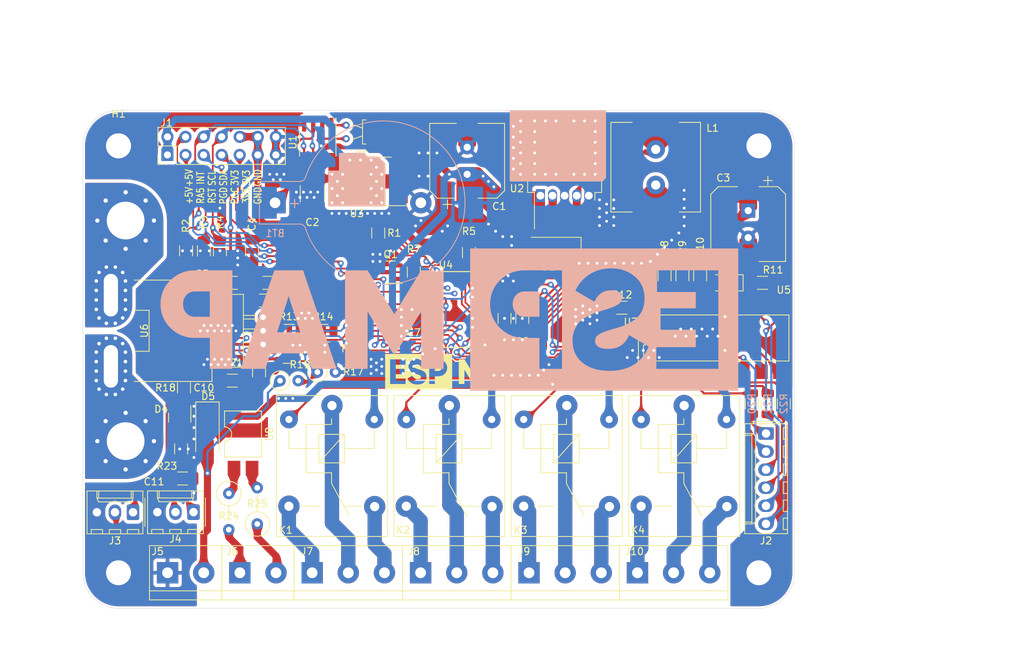
<source format=kicad_pcb>
(kicad_pcb (version 20221018) (generator pcbnew)
  (layers (0 "F.Cu" signal) (31 "B.Cu" signal) (34 "B.Paste" user) (35 "F.Paste" user) (36 "B.SilkS" user "B.Silkscreen") (37 "F.SilkS" user "F.Silkscreen") (38 "B.Mask" user) (39 "F.Mask" user) (44 "Edge.Cuts" user))
  (net 0 "")
  (net 1 "+3V3")
  (net 2 "GND")
  (net 3 "Net-(D3-K)")
  (net 4 "/Vcap")
  (net 5 "/OSC1")
  (net 6 "Net-(J5-Pin_1)")
  (net 7 "Net-(J5-Pin_2)")
  (net 8 "Net-(J8-Pin_1)")
  (net 9 "RELAY_1")
  (net 10 "RELAY_2")
  (net 11 "RELAY_3")
  (net 12 "RELAY_4")
  (net 13 "/UPS_I1")
  (net 14 "/UPS_I2")
  (net 15 "/UPS_I3")
  (net 16 "/UPS_IK")
  (net 17 "/UPS_BE")
  (net 18 "/UPS_BC")
  (net 19 "/OSC2")
  (net 20 "RA0")
  (net 21 "Net-(D2-K)")
  (net 22 "Net-(J10-Pin_1)")
  (net 23 "Net-(J10-Pin_2)")
  (net 24 "Net-(J10-Pin_3)")
  (net 25 "Net-(D4-COM)")
  (net 26 "Net-(D5-COM)")
  (net 27 "Net-(R13-Pad1)")
  (net 28 "Net-(R14-Pad1)")
  (net 29 "Net-(U6-IP+)")
  (net 30 "Net-(U6-IP-)")
  (net 31 "RB2")
  (net 32 "RB4")
  (net 33 "RC2")
  (net 34 "RC5")
  (net 35 "RC7")
  (net 36 "Net-(J2-Pin_1)")
  (net 37 "+12V")
  (net 38 "Net-(J8-Pin_2)")
  (net 39 "Net-(J8-Pin_3)")
  (net 40 "Net-(J9-Pin_1)")
  (net 41 "Net-(J9-Pin_2)")
  (net 42 "Net-(J9-Pin_3)")
  (net 43 "MCLR")
  (net 44 "+5V")
  (net 45 "RA5")
  (net 46 "INT")
  (net 47 "SCL")
  (net 48 "PGD")
  (net 49 "SDA")
  (net 50 "PGC")
  (net 51 "Net-(BT1-+)")
  (net 52 "+BATT")
  (net 53 "Net-(J7-Pin_1)")
  (net 54 "Net-(J7-Pin_2)")
  (net 55 "Net-(J7-Pin_3)")
  (net 56 "Net-(Q1-B)")
  (net 57 "Net-(U2-AN8{slash}INT1{slash}RB1)")
  (net 58 "RA2")
  (net 59 "RA3")
  (net 60 "RA1")
  (net 61 "Net-(R15-Pad1)")
  (net 62 "Net-(R18-Pad1)")
  (net 63 "Net-(R19-Pad2)")
  (net 64 "RC6")
  (net 65 "Net-(R21-Pad2)")
  (net 66 "Net-(U6-VIOUT)")
  (net 67 "RC0")
  (net 68 "RC1")
  (net 69 "RB3")
  (net 70 "RB5")
  (net 71 "Net-(U4-X1)")
  (net 72 "Net-(U4-X2)")
  (footprint "Fiducial:Fiducial_0.5mm_Mask1mm" (layer "F.Cu") (at 109 71)
    (fp_text reference "FID1" hide)
    (fp_text value "Fiducial")
  )
  (footprint "Resistor_SMD:R_1206_3216Metric" (layer "F.Cu") (at 195.5 87.25)
    (fp_text reference "R11")
    (fp_text value "330")
  )
  (footprint "Capacitor_SMD:C_1206_3216Metric_Pad1.33x1.80mm_HandSolder" (layer "F.Cu") (at 123.75 82.75 -90)
    (fp_text reference "C4")
    (fp_text value "100nF")
  )
  (footprint "Diode_SMD:D_SMA_Handsoldering" (layer "F.Cu") (at 117.5 108.5 -90)
    (fp_text reference "D5")
    (fp_text value "SS14")
  )
  (footprint "Capacitor_SMD:C_1812_4532Metric_Pad1.57x3.40mm_HandSolder" (layer "F.Cu") (at 132.25 74.75 -90)
    (fp_text reference "C2")
    (fp_text value "22uF")
  )
  (footprint "Crystal:Crystal_C38-LF_D3.0mm_L8.0mm_Horizontal_1EP_style1" (layer "F.Cu") (at 137 67 90)
    (fp_text reference "Y1")
    (fp_text value "32768Hz")
  )
  (footprint "Package_DIP:SMDIP-16_W9.53mm" (layer "F.Cu") (at 189 95 90)
    (fp_text reference "U5")
    (fp_text value "PC847")
  )
  (footprint "esp-map-footprints:CAP_10x10_SMD_THT" (layer "F.Cu") (at 193.5 79 -90)
    (fp_text reference "C3")
    (fp_text value "470uF" hide)
  )
  (footprint "Capacitor_SMD:C_1206_3216Metric_Pad1.33x1.80mm_HandSolder" (layer "F.Cu") (at 125.5 89.75)
    (fp_text reference "C6")
    (fp_text value "100nF")
  )
  (footprint "Connector_Molex:Molex_KK-254_AE-6410-06A_1x06_P2.54mm_Vertical" (layer "F.Cu") (at 196 108.43 -90)
    (fp_text reference "J2")
    (fp_text value "Conn_01x06")
  )
  (footprint "Package_SO:SOIC-16_3.9x9.9mm_P1.27mm" (layer "F.Cu") (at 173 97.25 -90)
    (fp_text reference "U7")
    (fp_text value "ULN2003A")
  )
  (footprint "esp-map-footprints:L_12x12mm_H8mm" (layer "F.Cu") (at 180.5 71 90)
    (fp_text reference "L1")
    (fp_text value "68uH")
  )
  (footprint "Resistor_SMD:R_1206_3216Metric" (layer "F.Cu") (at 129 94)
    (fp_text reference "R13")
    (fp_text value "10k")
  )
  (footprint "Resistor_SMD:R_1206_3216Metric" (layer "F.Cu") (at 175.75 90.75)
    (fp_text reference "R12")
    (fp_text value "100")
  )
  (footprint "Resistor_SMD:R_1206_3216Metric" (layer "F.Cu") (at 114.5 82.75 -90)
    (fp_text reference "R2")
    (fp_text value "10k")
  )
  (footprint "Resistor_THT:R_Axial_DIN0207_L6.3mm_D2.5mm_P2.54mm_Vertical" (layer "F.Cu") (at 132.955 99.8)
    (fp_text reference "R17")
    (fp_text value "5k6")
  )
  (footprint "Resistor_SMD:R_1206_3216Metric" (layer "F.Cu") (at 134 96.5 180)
    (fp_text reference "R15")
    (fp_text value "10k")
  )
  (footprint "MountingHole:MountingHole_5.3mm_M5_Pad_Via" (layer "F.Cu") (at 106 78.5 180)
    (fp_text reference "H4" hide)
    (fp_text value "MountingHole_Pad" hide)
  )
  (footprint "Resistor_THT:R_Axial_DIN0207_L6.3mm_D2.5mm_P2.54mm_Vertical" (layer "F.Cu") (at 127.705 101)
    (fp_text reference "R19")
    (fp_text value "22k")
  )
  (footprint "Connector_Molex:Molex_KK-254_AE-6410-03A_1x03_P2.54mm_Vertical" (layer "F.Cu") (at 115.54 119.48 180)
    (fp_text reference "J4")
    (fp_text value "Conn_01x03")
  )
  (footprint "esp-map-footprints:TerminalBlock-Bornier-3_P5.08mm" (layer "F.Cu") (at 132.215 128)
    (fp_text reference "J7")
    (fp_text value "Screw_Terminal_01x03")
  )
  (footprint "esp-map-footprints:TerminalBlock-Bornier-3_P5.08mm" (layer "F.Cu") (at 162.695 128)
    (fp_text reference "J9")
    (fp_text value "Screw_Terminal_01x03")
  )
  (footprint "Resistor_SMD:R_1206_3216Metric" (layer "F.Cu") (at 114.2 102 90)
    (fp_text reference "R18")
    (fp_text value "10k")
  )
  (footprint "Relay_THT:Relay_SPDT_SANYOU_SRD_Series_Form_C" (layer "F.Cu") (at 184.5 104.5 -90)
    (fp_text reference "K4")
    (fp_text value "RELAY")
  )
  (footprint "Capacitor_SMD:C_1206_3216Metric_Pad1.33x1.80mm_HandSolder" (layer "F.Cu") (at 159.25 92.25 -90)
    (fp_text reference "C8")
    (fp_text value "100nF")
  )
  (footprint "Package_TO_SOT_SMD:SOT-23" (layer "F.Cu") (at 113.6 106.2 -90)
    (fp_text reference "D4")
    (fp_text value "BAT54S")
  )
  (footprint "MountingHole:MountingHole_3.5mm_Pad" (layer "F.Cu") (at 195 68)
    (fp_text reference "H3" hide)
    (fp_text value "MountingHole_Pad" hide)
  )
  (footprint "Resistor_SMD:R_1206_3216Metric" (layer "F.Cu") (at 184.25 86.25 -90)
    (fp_text reference "R9")
    (fp_text value "10k")
  )
  (footprint "Resistor_SMD:R_1206_3216Metric" (layer "F.Cu") (at 119.25 82.75 -90)
    (fp_text reference "R4")
    (fp_text value "100k")
  )
  (footprint "esp-map-footprints:TerminalBlock-Bornier-2_P5.08mm" (layer "F.Cu") (at 111.895 128)
    (fp_text reference "J5")
    (fp_text value "Conn_01x02")
  )
  (footprint "Package_TO_SOT_SMD:SOT-23" (layer "F.Cu") (at 128.75 97)
    (fp_text reference "D3")
    (fp_text value "BAT54S")
  )
  (footprint "Package_TO_SOT_SMD:SOT-223-3_TabPin2" (layer "F.Cu") (at 141.5 73 180)
    (fp_text reference "U3")
    (fp_text value "AMS1117-5.0")
  )
  (footprint "Resistor_THT:R_Axial_DIN0309_L9.0mm_D3.2mm_P5.08mm_Vertical" (layer "F.Cu") (at 120.5 116.86 -90)
    (fp_text reference "R24")
    (fp_text value "100K")
  )
  (footprint "MountingHole:MountingHole_3.5mm_Pad" (layer "F.Cu") (at 105 128)
    (fp_text reference "H6" hide)
    (fp_text value "MountingHole_Pad" hide)
  )
  (footprint "Resistor_SMD:R_1206_3216Metric" (layer "F.Cu") (at 196.25 104.25 -90)
    (fp_text reference "R21")
    (fp_text value "1k")
  )
  (footprint "esp-map-footprints:Allegro_CB_PFF" (layer "F.Cu") (at 125.325 95.9 90)
    (fp_text reference "U6")
    (fp_text value "ACS759")
  )
  (footprint "MountingHole:MountingHole_3.5mm_Pad" (layer "F.Cu") (at 105 68)
    (fp_text reference "H2" hide)
    (fp_text value "MountingHole_Pad" hide)
  )
  (footprint "Resistor_SMD:R_1206_3216Metric" (layer "F.Cu") (at 126 87.25 180)
    (fp_text reference "R6")
    (fp_text value "10k")
  )
  (footprint "Resistor_SMD:R_1206_3216Metric" (layer "F.Cu") (at 146.5 85.75 90)
    (fp_text reference "R7")
    (fp_text value "10k")
  )
  (footprint "esp-map-footprints:TerminalBlock-Bornier-2_P5.08mm" (layer "F.Cu") (at 122.055 128)
    (fp_text reference "J6")
    (fp_text value "Conn_01x02")
  )
  (footprint "Resistor_SMD:R_1206_3216Metric" (layer "F.Cu") (at 141.5 80.25 -90)
    (fp_text reference "R1")
    (fp_text value "10k")
  )
  (footprint "esp-map-footprints:CAP_10x10_SMD_THT" (layer "F.Cu") (at 154 70.1 90)
    (fp_text reference "C1")
    (fp_text value "470uF" hide)
  )
  (footprint "Resistor_SMD:R_1206_3216Metric" (layer "F.Cu") (at 186.75 86.25 -90)
    (fp_text reference "R10")
    (fp_text value "10k")
  )
  (footprint "Capacitor_SMD:C_1206_3216Metric_Pad1.33x1.80mm_HandSolder" (layer "F.Cu") (at 161.75 92.25 -90)
    (fp_text reference "C9")
    (fp_text value "1uF")
  )
  (footprint "Resistor_SMD:R_1206_3216Metric" (layer "F.Cu") (at 133.75 94)
    (fp_text reference "R14")
    (fp_text value "10k")
  )
  (footprint "Diode_SMD:D_SMA_Handsoldering" (layer "F.Cu") (at 165.5 82.5 180)
    (fp_text reference "D1")
    (fp_text value "SS14")
  )
  (footprint "MountingHole:MountingHole_5.3mm_M5_Pad_Via" (layer "F.Cu") (at 106 109.5 180)
    (fp_text reference "H5" hide)
    (fp_text value "MountingHole_Pad" hide)
  )
  (footprint "Package_SO:SOIC-8_3.9x4.9mm_P1.27mm" (layer "F.Cu") (at 133 67.5 -90)
    (fp_text reference "U1")
    (fp_text value "DS1307Z+")
  )
  (footprint "Fiducial:Fiducial_0.5mm_Mask1mm" (layer "F.Cu") (at 108 124.5)
    (fp_text reference "FID2" hide)
    (fp_text value "Fiducial" hide)
  )
  (footprint "Connector_Molex:Molex_KK-254_AE-6410-03A_1x03_P2.54mm_Vertical" (layer "F.Cu") (at 107.04 119.5 180)
    (fp_text reference "J3")
    (fp_text value "Conn_01x03")
  )
  (footprint "Capacitor_SMD:C_1206_3216Metric_Pad1.33x1.80mm_HandSolder" (layer "F.Cu") (at 114 114.75)
    (fp_text reference "C11")
    (fp_text value "100nF")
  )
  (footprint "esp-map-footprints:PinHeader_2x07_P2.54mm_Vertical_19mmh" (layer "F.Cu") (at 111.875 69.275 90)
    (fp_text reference "J1")
    (fp_text value "I2C/ICSP/UART")
  )
  (footprint "esp-map-footprints:ControlModule" (layer "F.Cu") (at 105 68)
    (fp_text reference "H1")
    (fp_text value "REMOVE REMOVE REMOVE")
  )
  (footprint "Relay_THT:Relay_SPDT_SANYOU_SRD_Series_Form_C" (layer "F.Cu") (at 135 104.5 -90)
    (fp_text reference "K1")
    (fp_text value "RELAY")
  )
  (footprint "Relay_THT:Relay_SPDT_SANYOU_SRD_Series_Form_C" (layer "F.Cu") (at 151.5 104.5 -90)
    (fp_text reference "K2")
    (fp_text value "RELAY")
  )
  (footprint "Resistor_SMD:R_1206_3216Metric" (layer "F.Cu") (at 194 104.25 -90)
    (fp_text reference "R20")
    (fp_text value "1k")
  )
  (footprint "LED_SMD:LED_1206_3216Metric" (layer "F.Cu") (at 190.5 87.25 180)
    (fp_text reference "D2")
    (fp_text value "LED")
  )
  (footprint "Capacitor_SMD:C_1206_3216Metric_Pad1.33x1.80mm_HandSolder" (layer "F.Cu") (at 121 101 180)
    (fp_text reference "C10")
    (fp_text value "1uF")
  )
  (footprint "esp-map-footprints:TO-263-5_TabPin3" (layer "F.Cu") (at 167.7 71.6 90)
    (fp_text reference "U2")
    (fp_text value "LM2596S-3.3")
  )
  (footprint "Capacitor_SMD:C_1206_3216Metric_Pad1.33x1.80mm_HandSolder" (layer "F.Cu") (at 121 87.25 180)
    (fp_text reference "C5")
    (fp_text value "100nF")
  )
  (footprint "Package_DIP:SMDIP-4_W9.53mm" (layer "F.Cu") (at 122.5 108.5 90)
    (fp_text reference "U8")
    (fp_text value "PC814")
  )
  (footprint "Package_TO_SOT_SMD:SOT-23" (layer "F.Cu") (at 143.25 85.75 180)
    (fp_text reference "Q1")
    (fp_text value "BC817")
  )
  (footprint "Resistor_SMD:R_1206_3216Metric" (layer "F.Cu") (at 113.8 110.6 90)
    (fp_text reference "R23")
    (fp_text value "10k")
  )
  (footprint "esp-map-footprints:TerminalBlock-Bornier-3_P5.08mm" (layer "F.Cu") (at 177.935 128)
    (fp_text reference "J10")
    (fp_text value "Screw_Terminal_01x03")
  )
  (footprint "Resistor_SMD:R_1206_3216Metric" (layer "F.Cu") (at 154.25 83 -90)
    (fp_text reference "R5")
    (fp_text value "10k")
  )
  (footprint "Resistor_SMD:R_1206_3216Metric" (layer "F.Cu") (at 124.75 99.75 -90)
    (fp_text reference "R16")
    (fp_text value "1k")
  )
  (footprint "Resistor_SMD:R_1206_3216Metric" (layer "F.Cu") (at 198.5 104.25 -90)
    (fp_text reference "R22")
    (fp_text value "1k")
  )
  (footprint "MountingHole:MountingHole_3.5mm_Pad" (layer "F.Cu") (at 195 128)
    (fp_text reference "H7" hide)
    (fp_text value "MountingHole_Pad" hide)
  )
  (footprint "Resistor_SMD:R_1206_3216Metric" (layer "F.Cu") (at 117 82.75 -90)
    (fp_text reference "R3")
    (fp_text value "100k")
  )
  (footprint "Fiducial:Fiducial_0.5mm_Mask1mm" (layer "F.Cu") (at 192 124)
    (fp_text reference "FID3" hide)
    (fp_text value "Fiducial")
  )
  (footprint "Package_SO:SSOP-28_5.3x10.2mm_P0.65mm" (layer "F.Cu") (at 153 91)
    (fp_text reference "U4")
    (fp_text value "PIC18F26K80_ISS")
  )
  (footprint "Resistor_SMD:R_1206_3216Metric" (layer "F.Cu") (at 181.75 86.25 -90)
    (fp_text reference "R8")
    (fp_text value "10k")
  )
  (footprint "Capacitor_SMD:C_1206_3216Metric_Pad1.33x1.80mm_HandSolder" (layer "F.Cu") (at 146.5 90.75 -90)
    (fp_text reference "C7")
    (fp_text value "100nF")
  )
  (footprint "esp-map-footprints:TerminalBlock-Bornier-3_P5.08mm" (layer "F.Cu") (at 147.455 128)
    (fp_text reference "J8")
    (fp_text value "Screw_Terminal_01x03")
  )
  (footprint "Relay_THT:Relay_SPDT_SANYOU_SRD_Series_Form_C" (layer "F.Cu") (at 168 104.5 -90)
    (fp_text reference "K3")
    (fp_text value "RELAY")
  )
  (footprint "Resistor_THT:R_Axial_DIN0309_L9.0mm_D3.2mm_P5.08mm_Vertical" (layer "F.Cu") (at 124.5 121.14 90)
    (fp_text reference "R25")
    (fp_text value "100K")
  )
  (footprint "esp-map-footprints:BatteryHolder_CR2032" (layer "B.Cu") (at 127 76)
    (fp_text reference "BT1")
    (fp_text value "CR2032")
  )
  (gr_poly (pts (xy 122.186782 99.34077) (xy 125.651424 99.340768) (xy 126.344356 97.16494) (xy 131.491835 97.16494) (xy 132.184768 99.340768) (xy 135.649416 99.340768) (xy 133.899272 94.197902) (xy 130.54153 94.197902) (xy 127.294661 94.197902) (xy 128.918099 89.114376) (xy 130.54153 94.197902) (xy 133.899272 94.197902) (xy 130.93749 85.494592) (xy 126.898702 85.494592)) (fill solid) (layer "B.SilkS"))
  (gr_poly (pts (xy 143.766585 91.646251) (xy 140.004964 85.494592) (xy 136.837288 85.494592) (xy 136.837288 99.340768) (xy 140.004964 99.340768) (xy 140.004964 91.290206) (xy 143.588399 97.164941) (xy 143.944765 97.164941) (xy 147.528203 91.290206) (xy 147.528203 99.340768) (xy 150.695882 99.340768) (xy 150.695882 85.494592) (xy 147.528203 85.494592)) (fill solid) (layer "B.SilkS"))
  (gr_poly (pts (xy 115.5 85.5) (xy 115.252525 85.516226) (xy 115.009999 85.543269) (xy 114.772423 85.58113) (xy 114.539796 85.629808) (xy 114.312119 85.689303) (xy 114.089392 85.759616) (xy 113.871615 85.840746) (xy 113.658786 85.932693) (xy 113.450908 86.035458) (xy 113.247979 86.14904) (xy 113.049999 86.273439) (xy 112.85697 86.408656) (xy 112.668889 86.55469) (xy 112.485758 86.711541) (xy 112.307576 86.87921) (xy 112.137359 87.054605) (xy 111.978124 87.234636) (xy 111.82987 87.419303) (xy 111.692598 87.608606) (xy 111.566308 87.802546) (xy 111.451 88.001121) (xy 111.346673 88.204332) (xy 111.253328 88.412179) (xy 111.170965 88.624662) (xy 111.099584 88.841782) (xy 111.039184 89.063537) (xy 110.989766 89.289928) (xy 110.95133 89.520955) (xy 110.923876 89.756619) (xy 110.907403 89.996918) (xy 110.901912 90.241853) (xy 110.907403 90.486788) (xy 110.923876 90.727087) (xy 110.95133 90.96275) (xy 110.989766 91.193778) (xy 111.039184 91.420169) (xy 111.099584 91.641924) (xy 111.170965 91.859043) (xy 111.253328 92.071526) (xy 111.346673 92.279373) (xy 111.451 92.482585) (xy 111.566308 92.68116) (xy 111.692598 92.875099) (xy 111.82987 93.064402) (xy 111.978124 93.249069) (xy 112.137359 93.4291) (xy 112.307576 93.604495) (xy 112.485757 93.772164) (xy 112.668887 93.929015) (xy 112.856967 94.075049) (xy 113.049997 94.210265) (xy 113.247976 94.334665) (xy 113.450905 94.448246) (xy 113.658784 94.551011) (xy 113.871612 94.642958) (xy 114.08939 94.724088) (xy 114.312118 94.794401) (xy 114.539795 94.853896) (xy 114.772422 94.902574) (xy 115.009998 94.940435) (xy 115.252524 94.967478) (xy 115.5 94.983704) (xy 115.752425 94.989113) (xy 117.831215 94.989113) (xy 117.831215 99.340768) (xy 120.998897 99.340768) (xy 120.998897 88.461628) (xy 117.831215 88.461628) (xy 117.831215 92.022075) (xy 115.752425 92.022075) (xy 115.661865 92.020066) (xy 115.573316 92.014039) (xy 115.486777 92.003994) (xy 115.402249 91.989932) (xy 115.319731 91.971851) (xy 115.239224 91.949753) (xy 115.160728 91.923637) (xy 115.084243 91.893503) (xy 115.009768 91.859351) (xy 114.937304 91.821181) (xy 114.866851 91.778994) (xy 114.798408 91.732788) (xy 114.731977 91.682565) (xy 114.667556 91.628324) (xy 114.605146 91.570065) (xy 114.544747 91.507788) (xy 114.487209 91.442575) (xy 114.433384 91.375507) (xy 114.38327 91.306585) (xy 114.336868 91.235809) (xy 114.294179 91.163178) (xy 114.255202 91.088693) (xy 114.219936 91.012354) (xy 114.188383 90.93416) (xy 114.160542 90.854112) (xy 114.136413 90.772209) (xy 114.115996 90.688452) (xy 114.099292 90.602841) (xy 114.086299 90.515375) (xy 114.077019 90.426055) (xy 114.07145 90.33488) (xy 114.069594 90.241851) (xy 114.07145 90.148822) (xy 114.077019 90.057648) (xy 114.086299 89.968328) (xy 114.099292 89.880862) (xy 114.115996 89.79525) (xy 114.136413 89.711493) (xy 114.160542 89.629591) (xy 114.188383 89.549542) (xy 114.219936 89.471349) (xy 114.255202 89.395009) (xy 114.294179 89.320524) (xy 114.336868 89.247893) (xy 114.38327 89.177117) (xy 114.433384 89.108195) (xy 114.487209 89.041128) (xy 114.544747 88.975914) (xy 114.605146 88.913638) (xy 114.667556 88.855379) (xy 114.731977 88.801138) (xy 114.798408 88.750914) (xy 114.866851 88.704709) (xy 114.937304 88.662521) (xy 115.009768 88.624352) (xy 115.084243 88.5902) (xy 115.160728 88.560066) (xy 115.239224 88.53395) (xy 115.319731 88.511852) (xy 115.402249 88.493771) (xy 115.486777 88.479709) (xy 115.573316 88.469664) (xy 115.661865 88.463637) (xy 115.752425 88.461628) (xy 117.831215 88.461628) (xy 120.998897 88.461628) (xy 120.998897 85.494592) (xy 115.752425 85.494592)) (fill solid) (layer "B.SilkS"))
  (gr_poly (pts (xy 154.421938 102.417735) (xy 192.101913 102.417735) (xy 192.101913 85.494738) (xy 189.301877 85.494738) (xy 189.301877 99.340715) (xy 180.590883 99.340715) (xy 180.590883 96.294697) (xy 186.134318 96.294697) (xy 186.134318 96.195894) (xy 179.501958 96.195894) (xy 179.424544 96.391144) (xy 179.340787 96.581291) (xy 179.250687 96.766334) (xy 179.154244 96.946275) (xy 179.051459 97.121114) (xy 178.942332 97.290852) (xy 178.826863 97.455488) (xy 178.705052 97.615025) (xy 178.576899 97.769462) (xy 178.442406 97.9188) (xy 178.301571 98.063039) (xy 178.154395 98.202181) (xy 178.000879 98.336225) (xy 177.841022 98.465173) (xy 177.674825 98.589024) (xy 177.502288 98.70778) (xy 177.3214 98.817963) (xy 177.1351 98.921037) (xy 176.943389 99.017004) (xy 176.746264 99.105862) (xy 176.543727 99.187613) (xy 176.335777 99.262255) (xy 176.122414 99.329789) (xy 175.903638 99.390214) (xy 175.679448 99.443531) (xy 175.449845 99.489739) (xy 175.214828 99.528838) (xy 174.974396 99.560829) (xy 174.728551 99.58571) (xy 174.47729 99.603483) (xy 174.220615 99.614147) (xy 173.958526 99.617701) (xy 173.674859 99.613298) (xy 173.397999 99.600089) (xy 173.127946 99.578073) (xy 172.864699 99.54725) (xy 172.608259 99.507619) (xy 172.358625 99.459182) (xy 172.115797 99.401936) (xy 171.879775 99.335882) (xy 171.650559 99.26102) (xy 171.428147 99.177349) (xy 171.212541 99.08487) (xy 171.00374 98.983581) (xy 170.801744 98.873482) (xy 170.606552 98.754574) (xy 170.418164 98.626856) (xy 170.23658 98.490327) (xy 170.063967 98.343674) (xy 169.90249 98.190528) (xy 169.75215 98.03089) (xy 169.612946 97.86476) (xy 169.484879 97.692137) (xy 169.367948 97.513024) (xy 169.262154 97.327419) (xy 169.167496 97.135324) (xy 169.083974 96.936738) (xy 169.011589 96.731662) (xy 168.95034 96.520097) (xy 168.900227 96.302042) (xy 168.86125 96.077498) (xy 168.83341 95.846466) (xy 168.816706 95.608945) (xy 168.811138 95.364936) (xy 168.812296 95.259392) (xy 168.815772 95.155395) (xy 168.821565 95.052946) (xy 168.829677 94.952044) (xy 168.840106 94.85269) (xy 168.852855 94.754881) (xy 168.867923 94.658619) (xy 168.88531 94.563903) (xy 168.905018 94.470732) (xy 168.927046 94.379106) (xy 168.951395 94.289025) (xy 168.978065 94.200487) (xy 169.007057 94.113494) (xy 169.038371 94.028044) (xy 169.072007 93.944136) (xy 169.107967 93.861772) (xy 169.142998 93.778786) (xy 169.1788 93.697961) (xy 169.215372 93.619298) (xy 169.252716 93.542796) (xy 169.290832 93.468456) (xy 169.32972 93.396279) (xy 169.36938 93.326264) (xy 169.409814 93.258413) (xy 169.451021 93.192725) (xy 169.493001 93.129201) (xy 169.535756 93.067841) (xy 169.579285 93.008645) (xy 169.62359 92.951615) (xy 169.668669 92.896749) (xy 169.714525 92.84405) (xy 169.761156 92.793516) (xy 169.807094 92.741825) (xy 169.855815 92.690598) (xy 169.907321 92.639834) (xy 169.96161 92.589534) (xy 170.018683 92.539697) (xy 170.078541 92.490324) (xy 170.141182 92.441415) (xy 170.206607 92.392969) (xy 170.274817 92.344987) (xy 170.345811 92.297468) (xy 170.419588 92.250413) (xy 170.49615 92.203822) (xy 170.575496 92.157694) (xy 170.657626 92.112029) (xy 170.74254 92.066828) (xy 170.830239 92.022091) (xy 170.999767 91.931532) (xy 171.161883 91.847769) (xy 171.316582 91.770802) (xy 171.463862 91.700632) (xy 171.603717 91.637263) (xy 171.736144 91.580694) (xy 171.861139 91.530927) (xy 171.978698 91.487964) (xy 172.229896 91.402647) (xy 172.528131 91.30495) (xy 172.873386 91.19489) (xy 173.265645 91.072486) (xy 173.630675 90.959995) (xy 173.963542 90.849993) (xy 174.117913 90.795924) (xy 174.264243 90.742474) (xy 174.40253 90.689644) (xy 174.532775 90.637433) (xy 174.654977 90.58584) (xy 174.769136 90.534865) (xy 174.875251 90.484506) (xy 174.973323 90.434763) (xy 175.06335 90.385636) (xy 175.145332 90.337124) (xy 175.219269 90.289226) (xy 175.285161 90.241941) (xy 175.342697 90.194422) (xy 175.396518 90.145823) (xy 175.446625 90.096142) (xy 175.493017 90.04538) (xy 175.535696 89.993537) (xy 175.574661 89.940613) (xy 175.609913 89.886607) (xy 175.641453 89.831519) (xy 175.669281 89.77535) (xy 175.693397 89.718099) (xy 175.713802 89.659765) (xy 175.730496 89.60035) (xy 175.743479 89.539853) (xy 175.752752 89.478273) (xy 175.758316 89.415611) (xy 175.76017 89.351867) (xy 175.758701 89.298009) (xy 175.754291 89.245227) (xy 175.746942 89.193522) (xy 175.736654 89.142894) (xy 175.723426 89.093345) (xy 175.707259 89.044875) (xy 175.688153 88.997485) (xy 175.666109 88.951176) (xy 175.641125 88.905948) (xy 175.613203 88.861804) (xy 175.582343 88.818742) (xy 175.548544 88.776765) (xy 175.511807 88.735873) (xy 175.472132 88.696066) (xy 175.429519 88.657347) (xy 175.383968 88.619715) (xy 175.333235 88.581393) (xy 175.280025 88.545549) (xy 175.224339 88.512181) (xy 175.166176 88.481289) (xy 175.105539 88.452872) (xy 175.042425 88.426929) (xy 174.976837 88.40346) (xy 174.908774 88.382464) (xy 174.838235 88.363941) (xy 174.765223 88.34789) (xy 174.689736 88.33431) (xy 174.611775 88.3232) (xy 174.531341 88.314561) (xy 174.448433 88.30839) (xy 174.363051 88.304689) (xy 174.275197 88.303455) (xy 174.16275 88.305079) (xy 174.053084 88.309949) (xy 173.946202 88.318067) (xy 173.842103 88.329431) (xy 173.740786 88.344042) (xy 173.642254 88.361898) (xy 173.546505 88.383001) (xy 173.45354 88.407348) (xy 173.363359 88.434941) (xy 173.275962 88.465779) (xy 173.19135 88.499861) (xy 173.109523 88.537188) (xy 173.030481 88.577759) (xy 172.954224 88.621574) (xy 172.880752 88.668632) (xy 172.810067 88.718934) (xy 172.741474 88.769926) (xy 172.674279 88.824002) (xy 172.608483 88.881163) (xy 172.544083 88.94141) (xy 172.481079 89.004745) (xy 172.419471 89.071166) (xy 172.359256 89.140677) (xy 172.300434 89.213278) (xy 172.243004 89.288969) (xy 172.186965 89.367752) (xy 172.132317 89.449627) (xy 172.079057 89.534596) (xy 172.027186 89.622659) (xy 171.976701 89.713818) (xy 171.927604 89.808073) (xy 171.879891 89.905425) (xy 169.207186 88.343143) (xy 169.303389 88.155618) (xy 169.403919 87.97381) (xy 169.508777 87.79772) (xy 169.617962 87.627348) (xy 169.731476 87.462694) (xy 169.849319 87.303757) (xy 169.971492 87.150538) (xy 170.097995 87.003037) (xy 170.228828 86.861254) (xy 170.363993 86.725188) (xy 170.503491 86.59484) (xy 170.64732 86.47021) (xy 170.795483 86.351298) (xy 170.947979 86.238103) (xy 171.10481 86.130625) (xy 171.265975 86.028865) (xy 171.430854 85.930658) (xy 171.598825 85.838784) (xy 171.769888 85.753244) (xy 171.944044 85.674038) (xy 172.121292 85.601166) (xy 172.301634 85.534629) (xy 172.423181 85.494738) (xy 167.326165 85.494738) (xy 167.326165 99.340715) (xy 164.158605 99.340715) (xy 164.158605 94.989146) (xy 162.079558 94.989146) (xy 161.827138 94.983739) (xy 161.579673 94.967516) (xy 161.337163 94.940477) (xy 161.099607 94.902623) (xy 160.867004 94.853953) (xy 160.639352 94.794466) (xy 160.416652 94.724163) (xy 160.198902 94.643042) (xy 159.986102 94.551105) (xy 159.77825 94.448349) (xy 159.575346 94.334776) (xy 159.377389 94.210384) (xy 159.184378 94.075175) (xy 158.996312 93.929146) (xy 158.81319 93.772298) (xy 158.635012 93.604631) (xy 158.464797 93.429235) (xy 158.305565 93.249202) (xy 158.157315 93.064533) (xy 158.020048 92.875227) (xy 157.893763 92.681284) (xy 157.77846 92.482704) (xy 157.67414 92.279489) (xy 157.580801 92.071637) (xy 157.498443 91.859149) (xy 157.427068 91.642026) (xy 157.366673 91.420267) (xy 157.31726 91.193872) (xy 157.278827 90.962842) (xy 157.251376 90.727176) (xy 157.234905 90.486876) (xy 157.229415 90.241941) (xy 157.234905 89.997006) (xy 157.251376 89.756705) (xy 157.278827 89.52104) (xy 157.31726 89.29001) (xy 157.366673 89.063615) (xy 157.427068 88.841856) (xy 157.498443 88.624732) (xy 157.580801 88.412244) (xy 157.67414 88.204392) (xy 157.77846 88.001177) (xy 157.893763 87.802597) (xy 158.020048 87.608654) (xy 158.157315 87.419348) (xy 158.305565 87.234679) (xy 158.464797 87.054647) (xy 158.635012 86.879252) (xy 158.81319 86.711585) (xy 158.996312 86.554737) (xy 159.184378 86.408709) (xy 159.377389 86.273499) (xy 159.575346 86.149108) (xy 159.77825 86.035535) (xy 159.986102 85.93278) (xy 160.198902 85.840842) (xy 160.416652 85.759722) (xy 160.639352 85.689418) (xy 160.867004 85.629932) (xy 161.099607 85.581261) (xy 161.337163 85.543407) (xy 161.579673 85.516369) (xy 161.827138 85.500146) (xy 162.079558 85.494738) (xy 167.326165 85.494738) (xy 172.423181 85.494738) (xy 172.485068 85.474427) (xy 172.671596 85.420561) (xy 172.861217 85.373031) (xy 173.053932 85.331836) (xy 173.24974 85.296979) (xy 173.448643 85.268458) (xy 173.65064 85.246274) (xy 173.855731 85.230429) (xy 174.063917 85.220921) (xy 174.275197 85.217752) (xy 174.510764 85.222233) (xy 174.742313 85.235676) (xy 174.969843 85.258082) (xy 175.193354 85.289449) (xy 175.412845 85.32978) (xy 175.628316 85.379073) (xy 175.839766 85.437329) (xy 176.047196 85.504547) (xy 176.250603 85.580729) (xy 176.449989 85.665873) (xy 176.645353 85.759981) (xy 176.836694 85.863052) (xy 177.024011 85.975086) (xy 177.207305 86.096083) (xy 177.386574 86.226045) (xy 177.561818 86.364969) (xy 177.727238 86.511388) (xy 177.881983 86.663833) (xy 178.026052 86.822302) (xy 178.159447 86.986798) (xy 178.282168 87.15732) (xy 178.394215 87.333867) (xy 178.495589 87.516441) (xy 178.58629 87.705042) (xy 178.666319 87.899669) (xy 178.735675 88.100323) (xy 178.794361 88.307005) (xy 178.842375 88.519714) (xy 178.879719 88.738451) (xy 178.906392 88.963216) (xy 178.922396 89.194008) (xy 178.92773 89.430829) (xy 178.926494 89.548661) (xy 178.922785 89.664793) (xy 178.916603 89.779225) (xy 178.907947 89.891958) (xy 178.896818 90.002992) (xy 178.883215 90.112326) (xy 178.867138 90.219961) (xy 178.848586 90.325895) (xy 178.827559 90.43013) (xy 178.804058 90.532665) (xy 178.778081 90.6335) (xy 178.749628 90.732635) (xy 178.7187 90.830069) (xy 178.685295 90.925804) (xy 178.649414 91.019838) (xy 178.611055 91.112172) (xy 178.567901 91.202731) (xy 178.522579 91.29144) (xy 178.475088 91.378298) (xy 178.425431 91.463305) (xy 178.373606 91.546461) (xy 178.319615 91.627764) (xy 178.263457 91.707213) (xy 178.205134 91.784809) (xy 178.144646 91.860551) (xy 178.081992 91.934437) (xy 178.017174 92.006468) (xy 177.950191 92.076642) (xy 177.881044 92.14496) (xy 177.809734 92.21142) (xy 177.736261 92.276021) (xy 177.660625 92.338764) (xy 177.501928 92.454663) (xy 177.342607 92.565) (xy 177.182663 92.669773) (xy 177.022098 92.768983) (xy 176.860915 92.862629) (xy 176.699115 92.950713) (xy 176.536701 93.033233) (xy 176.373674 93.110191) (xy 176.206947 93.183424) (xy 176.033427 93.254778) (xy 175.853111 93.324261) (xy 175.665994 93.391882) (xy 175.472071 93.457649) (xy 175.271339 93.521569) (xy 175.063792 93.583652) (xy 174.849425 93.643904) (xy 174.45038 93.7561) (xy 174.084755 93.865214) (xy 173.752545 93.971244) (xy 173.453748 94.074186) (xy 173.188359 94.174037) (xy 173.068192 94.222803) (xy 172.956376 94.270795) (xy 172.85291 94.318013) (xy 172.757794 94.364457) (xy 172.671028 94.410125) (xy 172.592611 94.455018) (xy 172.518289 94.498135) (xy 172.448758 94.543418) (xy 172.38402 94.590867) (xy 172.324073 94.640482) (xy 172.268919 94.692262) (xy 172.218559 94.746208) (xy 172.172992 94.802317) (xy 172.13222 94.86059) (xy 172.096242 94.921027) (xy 172.06506 94.983627) (xy 172.038674 95.04839) (xy 172.017084 95.115314) (xy 172.000291 95.1844) (xy 171.988295 95.255648) (xy 171.981097 95.329056) (xy 171.978698 95.404625) (xy 171.980535 95.47399) (xy 171.986047 95.541153) (xy 171.995234 95.606114) (xy 172.008095 95.668871) (xy 172.02463 95.729427) (xy 172.04484 95.78778) (xy 172.068724 95.84393) (xy 172.096282 95.897878) (xy 172.127514 95.949623) (xy 172.16242 95.999167) (xy 172.201 96.046507) (xy 172.243254 96.091646) (xy 172.289182 96.134582) (xy 172.338784 96.175316) (xy 172.392059 96.213848) (xy 172.449007 96.250178) (xy 172.573925 96.316232) (xy 172.713535 96.373477) (xy 172.867838 96.421914) (xy 173.036833 96.461545) (xy 173.220519 96.492367) (xy 173.418896 96.514383) (xy 173.631963 96.527593) (xy 173.859719 96.531996) (xy 174.114691 96.524501) (xy 174.238521 96.515133) (xy 174.359913 96.502018) (xy 174.478868 96.485156) (xy 174.595386 96.464546) (xy 174.709467 96.440189) (xy 174.82111 96.412084) (xy 174.930317 96.380233) (xy 175.037086 96.344634) (xy 175.141419 96.305288) (xy 175.243316 96.262194) (xy 175.342776 96.215353) (xy 175.439799 96.164764) (xy 175.534387 96.110429) (xy 175.626538 96.052345) (xy 175.716253 95.990515) (xy 175.803532 95.924936) (xy 175.888375 95.855611) (xy 175.970783 95.782538) (xy 176.050754 95.705717) (xy 176.128291 95.625149) (xy 176.203391 95.540834) (xy 176.276057 95.452771) (xy 176.346287 95.36096) (xy 176.414082 95.265402) (xy 176.479443 95.166096) (xy 176.542368 95.063042) (xy 176.602858 94.956241) (xy 176.660914 94.845693) (xy 176.769722 94.613353) (xy 179.501958 96.195894) (xy 186.134318 96.195894) (xy 186.134318 93.841926) (xy 181.184957 93.841926) (xy 181.184957 90.835186) (xy 186.134318 90.835186) (xy 186.134318 88.540752) (xy 180.68969 88.540752) (xy 180.68969 85.494738) (xy 189.301877 85.494738) (xy 192.101913 85.494738) (xy 192.101913 82.417716) (xy 154.421938 82.417716)) (fill solid) (layer "B.SilkS"))
  (gr_poly (pts (xy 161.988999 88.463801) (xy 161.900453 88.469828) (xy 161.81392 88.479873) (xy 161.729398 88.493935) (xy 161.646888 88.512015) (xy 161.56639 88.534113) (xy 161.487904 88.560229) (xy 161.411428 88.590363) (xy 161.336963 88.624514) (xy 161.264508 88.662683) (xy 161.194064 88.704871) (xy 161.125629 88.751076) (xy 161.059204 88.801299) (xy 160.994788 88.855539) (xy 160.932382 88.913798) (xy 160.871984 88.976075) (xy 160.814448 89.041287) (xy 160.760627 89.108352) (xy 160.71052 89.17727) (xy 160.664128 89.248042) (xy 160.621449 89.320668) (xy 160.582484 89.395147) (xy 160.547232 89.47148) (xy 160.515692 89.549668) (xy 160.487864 89.62971) (xy 160.463748 89.711606) (xy 160.443343 89.795357) (xy 160.42665 89.880963) (xy 160.413666 89.968424) (xy 160.404393 90.057741) (xy 160.398829 90.148913) (xy 160.396975 90.241941) (xy 160.398829 90.334969) (xy 160.404393 90.426141) (xy 160.413666 90.515458) (xy 160.42665 90.602919) (xy 160.443343 90.688525) (xy 160.463748 90.772277) (xy 160.487864 90.854173) (xy 160.515692 90.934215) (xy 160.547232 91.012402) (xy 160.582484 91.088735) (xy 160.621449 91.163215) (xy 160.664128 91.23584) (xy 160.71052 91.306612) (xy 160.760627 91.37553) (xy 160.814448 91.442595) (xy 160.871984 91.507807) (xy 160.932382 91.570084) (xy 160.994788 91.628342) (xy 161.059204 91.682583) (xy 161.125629 91.732807) (xy 161.194064 91.779012) (xy 161.264508 91.821199) (xy 161.336963 91.859369) (xy 161.411428 91.89352) (xy 161.487904 91.923654) (xy 161.56639 91.94977) (xy 161.646888 91.971868) (xy 161.729398 91.989948) (xy 161.81392 92.00401) (xy 161.900453 92.014055) (xy 161.988999 92.020082) (xy 162.079558 92.022091) (xy 164.158605 92.022091) (xy 164.158605 88.461792) (xy 162.079558 88.461792)) (fill solid) (layer "B.SilkS"))
  (gr_poly (pts (xy 154.555604 99.545613) (xy 155.496009 98.007698) (xy 156.287928 98.007698) (xy 156.287928 101.469242) (xy 155.496009 101.469242) (xy 155.496009 99.456601) (xy 154.60015 100.925285) (xy 154.511059 100.925285) (xy 153.615199 99.456601) (xy 153.615199 101.469242) (xy 152.82328 101.469242) (xy 152.82328 98.007698) (xy 153.615199 98.007698)) (fill solid) (layer "F.SilkS"))
  (gr_poly (pts (xy 151.891766 102.238484) (xy 142.471772 102.238484) (xy 142.471772 98.007735) (xy 143.171781 98.007735) (xy 143.171781 101.469229) (xy 145.349529 101.469229) (xy 145.349529 100.707724) (xy 143.963671 100.707724) (xy 143.963671 100.683023) (xy 145.621761 100.683023) (xy 145.641114 100.731836) (xy 145.662053 100.779373) (xy 145.684578 100.825634) (xy 145.708689 100.870619) (xy 145.734385 100.914329) (xy 145.761667 100.956763) (xy 145.790535 100.997922) (xy 145.820987 101.037806) (xy 145.853025 101.076415) (xy 145.886649 101.11375) (xy 145.921858 101.14981) (xy 145.958652 101.184595) (xy 145.997031 101.218106) (xy 146.036995 101.250343) (xy 146.078544 101.281306) (xy 146.121678 101.310995) (xy 146.1669 101.338541) (xy 146.213475 101.364309) (xy 146.261403 101.388301) (xy 146.310684 101.410516) (xy 146.361318 101.430953) (xy 146.413306 101.449614) (xy 146.466647 101.466497) (xy 146.521341 101.481603) (xy 146.577388 101.494933) (xy 146.634789 101.506485) (xy 146.693543 101.516259) (xy 146.753651 101.524257) (xy 146.815113 101.530478) (xy 146.877928 101.534921) (xy 146.942096 101.537587) (xy 147.007619 101.538475) (xy 147.078536 101.537375) (xy 147.147751 101.534072) (xy 147.215264 101.528568) (xy 147.281075 101.520862) (xy 147.345185 101.510955) (xy 147.407594 101.498845) (xy 147.468301 101.484534) (xy 147.527306 101.468021) (xy 147.584611 101.449305) (xy 147.640213 101.428387) (xy 147.694115 101.405267) (xy 147.746315 101.379945) (xy 147.796814 101.352421) (xy 147.845612 101.322694) (xy 147.892709 101.290764) (xy 147.938105 101.256632) (xy 147.981258 101.219969) (xy 148.021628 101.181682) (xy 148.059213 101.141772) (xy 148.094014 101.10024) (xy 148.126031 101.057084) (xy 148.155263 101.012306) (xy 148.181712 100.965905) (xy 148.205376 100.917881) (xy 148.226257 100.868234) (xy 148.244353 100.816966) (xy 148.259665 100.764074) (xy 148.272193 100.70956) (xy 148.281938 100.653425) (xy 148.288898 100.595666) (xy 148.293074 100.536286) (xy 148.294466 100.475284) (xy 148.294176 100.448898) (xy 148.293307 100.422899) (xy 148.291859 100.397286) (xy 148.289831 100.372061) (xy 148.287224 100.347222) (xy 148.284037 100.32277) (xy 148.28027 100.298705) (xy 148.275923 100.275026) (xy 148.270996 100.251733) (xy 148.265489 100.228827) (xy 148.259402 100.206306) (xy 148.252734 100.184172) (xy 148.245486 100.162423) (xy 148.237658 100.141061) (xy 148.229248 100.120084) (xy 148.220258 100.099493) (xy 148.211501 100.078747) (xy 148.20255 100.05854) (xy 148.193407 100.038874) (xy 148.184071 100.019749) (xy 148.174542 100.001164) (xy 148.16482 99.98312) (xy 148.154905 99.965616) (xy 148.144797 99.948653) (xy 148.134495 99.932231) (xy 148.124 99.91635) (xy 148.113311 99.90101) (xy 148.102429 99.886211) (xy 148.091353 99.871954) (xy 148.080083 99.858237) (xy 148.068619 99.845062) (xy 148.056961 99.832429) (xy 148.045477 99.819506) (xy 148.033296 99.806699) (xy 148.02042 99.794008) (xy 148.006848 99.781433) (xy 147.992579 99.768974) (xy 147.977615 99.756631) (xy 147.961955 99.744404) (xy 147.945598 99.732292) (xy 147.928546 99.720297) (xy 147.910798 99.708417) (xy 147.892353 99.696653) (xy 147.873213 99.685005) (xy 147.853376 99.673473) (xy 147.832844 99.662057) (xy 147.811615 99.650757) (xy 147.789691 99.639573) (xy 147.747309 99.616933) (xy 147.70678 99.595992) (xy 147.668105 99.57675) (xy 147.631285 99.559208) (xy 147.596321 99.543366) (xy 147.563214 99.529223) (xy 147.531965 99.516782) (xy 147.502576 99.506041) (xy 147.439776 99.484712) (xy 147.365218 99.460287) (xy 147.278904 99.432773) (xy 147.180839 99.402171) (xy 147.089582 99.374049) (xy 147.006365 99.346548) (xy 146.967772 99.333031) (xy 146.93119 99.319669) (xy 146.896618 99.306461) (xy 146.864056 99.293408) (xy 146.833506 99.28051) (xy 146.804966 99.267766) (xy 146.778437 99.255176) (xy 146.75392 99.242741) (xy 146.731413 99.230459) (xy 146.710917 99.218331) (xy 146.692433 99.206356) (xy 146.67596 99.194535) (xy 146.661576 99.182656) (xy 146.648121 99.170506) (xy 146.635594 99.158086) (xy 146.623996 99.145395) (xy 146.613326 99.132434) (xy 146.603585 99.119203) (xy 146.594772 99.105702) (xy 146.586887 99.09193) (xy 146.57993 99.077887) (xy 146.573901 99.063575) (xy 146.5688 99.048991) (xy 146.564626 99.034138) (xy 146.561381 99.019013) (xy 146.559062 99.003618) (xy 146.557671 98.987953) (xy 146.557208 98.972017) (xy 146.557575 98.958552) (xy 146.558677 98.945357) (xy 146.560515 98.93243) (xy 146.563087 98.919773) (xy 146.566394 98.907386) (xy 146.570435 98.895269) (xy 146.575212 98.883421) (xy 146.580723 98.871844) (xy 146.586969 98.860537) (xy 146.593949 98.849501) (xy 146.601665 98.838736) (xy 146.610114 98.828241) (xy 146.619298 98.818018) (xy 146.629217 98.808067) (xy 146.639871 98.798387) (xy 146.651258 98.788979) (xy 146.663942 98.779398) (xy 146.677244 98.770437) (xy 146.691166 98.762095) (xy 146.705706 98.754372) (xy 146.720866 98.747268) (xy 146.736644 98.740782) (xy 146.753041 98.734915) (xy 146.770057 98.729666) (xy 146.787691 98.725035) (xy 146.805945 98.721023) (xy 146.824816 98.717627) (xy 146.844306 98.71485) (xy 146.864415 98.71269) (xy 146.885142 98.711148) (xy 146.906487 98.710222) (xy 146.928451 98.709914) (xy 146.956563 98.71032) (xy 146.983979 98.711537) (xy 147.0107 98.713567) (xy 147.036725 98.716408) (xy 147.062054 98.72006) (xy 147.086687 98.724525) (xy 147.110624 98.7298) (xy 147.133865 98.735887) (xy 147.156411 98.742785) (xy 147.17826 98.750495) (xy 147.199413 98.759015) (xy 147.219869 98.768347) (xy 147.23963 98.77849) (xy 147.258694 98.789443) (xy 147.277062 98.801208) (xy 147.294734 98.813783) (xy 147.311882 98.826531) (xy 147.32868 98.84005) (xy 147.34513 98.854341) (xy 147.361229 98.869403) (xy 147.37698 98.885236) (xy 147.392383 98.901842) (xy 147.407436 98.919219) (xy 147.422142 98.937369) (xy 147.436499 98.956292) (xy 147.450509 98.975988) (xy 147.464171 98.996457) (xy 147.477486 99.017699) (xy 147.490454 99.039715) (xy 147.503075 99.062504) (xy 147.515349 99.086068) (xy 147.527278 99.110406) (xy 148.195454 98.719836) (xy 148.171403 98.672954) (xy 148.14627 98.627502) (xy 148.120056 98.58348) (xy 148.09276 98.540887) (xy 148.064381 98.499723) (xy 148.03492 98.459989) (xy 148.004377 98.421685) (xy 147.972752 98.384809) (xy 147.940043 98.349363) (xy 147.906252 98.315347) (xy 147.871378 98.28276) (xy 147.83542 98.251603) (xy 147.79838 98.221874) (xy 147.760255 98.193576) (xy 147.721048 98.166706) (xy 147.680757 98.141266) (xy 147.639537 98.116715) (xy 147.597544 98.093746) (xy 147.554778 98.072361) (xy 147.511239 98.052559) (xy 147.466927 98.034342) (xy 147.421842 98.017707) (xy 147.391455 98.007735) (xy 148.665709 98.007735) (xy 148.665709 101.469229) (xy 149.457599 101.469229) (xy 149.457599 100.381337) (xy 149.977361 100.381337) (xy 150.040466 100.379985) (xy 150.102332 100.375929) (xy 150.162959 100.369169) (xy 150.222349 100.359706) (xy 150.280499 100.347538) (xy 150.337412 100.332667) (xy 150.393087 100.315091) (xy 150.447525 100.294811) (xy 150.500725 100.271826) (xy 150.552688 100.246137) (xy 150.603414 100.217744) (xy 150.652903 100.186646) (xy 150.701156 100.152844) (xy 150.748172 100.116336) (xy 150.793953 100.077124) (xy 150.838497 100.035208) (xy 150.881051 99.991359) (xy 150.920859 99.946351) (xy 150.957921 99.900183) (xy 150.992238 99.852857) (xy 151.023809 99.804371) (xy 151.052635 99.754726) (xy 151.078715 99.703922) (xy 151.10205 99.651959) (xy 151.122639 99.598837) (xy 151.140483 99.544556) (xy 151.155582 99.489117) (xy 151.167935 99.432518) (xy 151.177543 99.37476) (xy 151.184406 99.315844) (xy 151.188524 99.255769) (xy 151.189897 99.194535) (xy 151.188524 99.133301) (xy 151.184406 99.073226) (xy 151.177543 99.01431) (xy 151.167935 98.956552) (xy 151.155582 98.899954) (xy 151.140483 98.844514) (xy 151.122639 98.790233) (xy 151.10205 98.737111) (xy 151.078715 98.685148) (xy 151.052635 98.634344) (xy 151.023809 98.584699) (xy 150.992238 98.536214) (xy 150.957921 98.488887) (xy 150.920859 98.44272) (xy 150.881051 98.397712) (xy 150.838497 98.353863) (xy 150.793953 98.311946) (xy 150.748172 98.272734) (xy 150.701156 98.236227) (xy 150.652903 98.202425) (xy 150.603414 98.171327) (xy 150.552688 98.142934) (xy 150.500725 98.117245) (xy 150.447525 98.094261) (xy 150.393087 98.07398) (xy 150.337412 98.056405) (xy 150.280499 98.041533) (xy 150.222349 98.029365) (xy 150.162959 98.019902) (xy 150.102332 98.013142) (xy 150.040466 98.009086) (xy 149.977361 98.007735) (xy 148.665709 98.007735) (xy 147.391455 98.007735) (xy 147.375983 98.002657) (xy 147.329351 97.98919) (xy 147.281946 97.977308) (xy 147.233767 97.967009) (xy 147.184815 97.958295) (xy 147.13509 97.951164) (xy 147.08459 97.945619) (xy 147.033318 97.941657) (xy 146.981271 97.93928) (xy 146.928451 97.938488) (xy 146.869559 97.939608) (xy 146.811672 97.942969) (xy 146.75479 97.94857) (xy 146.698912 97.956412) (xy 146.644039 97.966495) (xy 146.590171 97.978818) (xy 146.537309 97.993382) (xy 146.485451 98.010187) (xy 146.434599 98.029232) (xy 146.384753 98.050518) (xy 146.335912 98.074045) (xy 146.288077 98.099813) (xy 146.241248 98.127821) (xy 146.195424 98.158071) (xy 146.150607 98.190561) (xy 146.106796 98.225292) (xy 146.065441 98.261897) (xy 146.026755 98.300008) (xy 145.990737 98.339626) (xy 145.957388 98.38075) (xy 145.926708 98.42338) (xy 145.898696 98.467517) (xy 145.873353 98.51316) (xy 145.850678 98.56031) (xy 145.830671 98.608967) (xy 145.813331 98.659131) (xy 145.79866 98.710801) (xy 145.786657 98.763979) (xy 145.777321 98.818663) (xy 145.770652 98.874854) (xy 145.766651 98.932552) (xy 145.765318 98.991757) (xy 145.765627 99.021215) (xy 145.766554 99.050248) (xy 145.7681 99.078856) (xy 145.770263 99.10704) (xy 145.773046 99.134798) (xy 145.776446 99.162132) (xy 145.780466 99.18904) (xy 145.785104 99.215524) (xy 145.79036 99.241582) (xy 145.796236 99.267216) (xy 145.80273 99.292425) (xy 145.809843 99.317209) (xy 145.817575 99.341567) (xy 145.825927 99.365501) (xy 145.834897 99.38901) (xy 145.844486 99.412093) (xy 145.855275 99.434733) (xy 145.866606 99.45691) (xy 145.878478 99.478625) (xy 145.890893 99.499876) (xy 145.903849 99.520665) (xy 145.917347 99.540991) (xy 145.931386 99.560853) (xy 145.945967 99.580252) (xy 145.961089 99.599188) (xy 145.976752 99.617659) (xy 145.992957 99.635667) (xy 146.009703 99.653211) (xy 146.026989 99.67029) (xy 146.044817 99.686905) (xy 146.063185 99.703055) (xy 146.082094 99.718741) (xy 146.121768 99.747716) (xy 146.161599 99.7753) (xy 146.201585 99.801493) (xy 146.241726 99.826296) (xy 146.282021 99.849707) (xy 146.322471 99.871728) (xy 146.363075 99.892358) (xy 146.403832 99.911598) (xy 146.445514 99.929906) (xy 146.488894 99.947744) (xy 146.533973 99.965115) (xy 146.580752 99.982021) (xy 146.629232 99.998462) (xy 146.679416 100.014442) (xy 146.731302 100.029963) (xy 146.784894 100.045026) (xy 146.884655 100.073075) (xy 146.976062 100.100354) (xy 147.059114 100.126861) (xy 147.133813 100.152596) (xy 147.20016 100.177559) (xy 147.230202 100.189751) (xy 147.258156 100.201749) (xy 147.284023 100.213553) (xy 147.307802 100.225164) (xy 147.329493 100.236581) (xy 147.349098 100.247805) (xy 147.367678 100.258584) (xy 147.385061 100.269904) (xy 147.401245 100.281767) (xy 147.416232 100.294171) (xy 147.43002 100.307116) (xy 147.442611 100.320602) (xy 147.454002 100.334629) (xy 147.464195 100.349198) (xy 147.47319 100.364307) (xy 147.480985 100.379957) (xy 147.487582 100.396147) (xy 147.492979 100.412879) (xy 147.497178 100.43015) (xy 147.500177 100.447962) (xy 147.501976 100.466314) (xy 147.502576 100.485206) (xy 147.502116 100.502548) (xy 147.500739 100.519338) (xy 147.498442 100.535578) (xy 147.495227 100.551268) (xy 147.491093 100.566407) (xy 147.48604 100.580995) (xy 147.480069 100.595032) (xy 147.47318 100.608519) (xy 147.465372 100.621456) (xy 147.456645 100.633842) (xy 147.447 100.645677) (xy 147.436437 100.656961) (xy 147.424955 100.667696) (xy 147.412554 100.677879) (xy 147.399236 100.687512) (xy 147.384998 100.696595) (xy 147.353769 100.713108) (xy 147.318866 100.727419) (xy 147.280291 100.739529) (xy 147.238042 100.749436) (xy 147.19212 100.757142) (xy 147.142526 100.762646) (xy 147.08926 100.765948) (xy 147.032321 100.767049) (xy 146.968577 100.765175) (xy 146.93762 100.762833) (xy 146.907272 100.759555) (xy 146.877533 100.755339) (xy 146.848404 100.750186) (xy 146.819884 100.744097) (xy 146.791973 100.737071) (xy 146.764671 100.729108) (xy 146.737979 100.720208) (xy 146.711895 100.710372) (xy 146.686421 100.699598) (xy 146.661556 100.687888) (xy 146.6373 100.675241) (xy 146.613654 100.661657) (xy 146.590616 100.647136) (xy 146.568187 100.631679) (xy 146.546367 100.615284) (xy 146.525156 100.597953) (xy 146.504555 100.579684) (xy 146.484562 100.560479) (xy 146.465178 100.540337) (xy 146.446402 100.519258) (xy 146.428236 100.497243) (xy 146.410678 100.47429) (xy 146.39373 100.4504) (xy 146.37739 100.425574) (xy 146.361658 100.399811) (xy 146.346536 100.37311) (xy 146.332022 100.345473) (xy 146.30482 100.287388) (xy 145.621761 100.683023) (xy 143.963671 100.683023) (xy 143.963671 100.094532) (xy 145.201011 100.094532) (xy 145.201011 99.342846) (xy 143.963671 99.342846) (xy 143.963671 98.769238) (xy 145.324828 98.769238) (xy 145.324828 98.007735) (xy 143.171781 98.007735) (xy 142.471772 98.007735) (xy 142.471772 97.238479) (xy 151.891766 97.238479)) (fill solid) (layer "F.SilkS"))
  (gr_poly (pts (xy 159.950555 101.469242) (xy 159.084394 101.469242) (xy 158.911161 100.925285) (xy 157.624291 100.925285) (xy 157.451058 101.469242) (xy 156.584896 101.469242) (xy 157.022432 100.183525) (xy 157.861868 100.183525) (xy 158.673585 100.183525) (xy 158.267726 98.912644) (xy 157.861868 100.183525) (xy 157.022432 100.183525) (xy 157.762878 98.007698) (xy 158.772575 98.007698)) (fill solid) (layer "F.SilkS"))
  (gr_poly (pts (xy 150 98.75) (xy 150.022137 98.751507) (xy 150.04377 98.754018) (xy 150.064901 98.757534) (xy 150.085528 98.762054) (xy 150.105653 98.767578) (xy 150.125274 98.774107) (xy 150.144393 98.781641) (xy 150.16301 98.790179) (xy 150.181123 98.799721) (xy 150.198734 98.810268) (xy 150.215843 98.821819) (xy 150.232449 98.834375) (xy 150.248553 98.847935) (xy 150.264155 98.8625) (xy 150.279254 98.878069) (xy 150.293638 98.894372) (xy 150.307094 98.911138) (xy 150.31962 98.928368) (xy 150.331218 98.946061) (xy 150.341888 98.964217) (xy 150.351629 98.982837) (xy 150.360442 99.00192) (xy 150.368327 99.021467) (xy 150.375284 99.041477) (xy 150.381313 99.061951) (xy 150.386414 99.082889) (xy 150.390588 99.104291) (xy 150.393834 99.126156) (xy 150.396152 99.148485) (xy 150.397543 99.171278) (xy 150.398007 99.194535) (xy 150.397543 99.217792) (xy 150.396152 99.240585) (xy 150.393834 99.262914) (xy 150.390588 99.28478) (xy 150.386414 99.306181) (xy 150.381313 99.327119) (xy 150.375284 99.347593) (xy 150.368327 99.367604) (xy 150.360442 99.387151) (xy 150.351629 99.406234) (xy 150.341888 99.424854) (xy 150.331218 99.44301) (xy 150.31962 99.460703) (xy 150.307094 99.477932) (xy 150.293638 99.494699) (xy 150.279254 99.511002) (xy 150.264155 99.526571) (xy 150.248553 99.541136) (xy 150.232449 99.554696) (xy 150.215843 99.567252) (xy 150.198734 99.578803) (xy 150.181123 99.58935) (xy 150.16301 99.598892) (xy 150.144393 99.60743) (xy 150.125274 99.614963) (xy 150.105653 99.621492) (xy 150.085528 99.627017) (xy 150.064901 99.631537) (xy 150.04377 99.635053) (xy 150.022137 99.637564) (xy 150 99.63907) (xy 149.977361 99.639573) (xy 149.457599 99.639573) (xy 149.457599 98.749498) (xy 149.977361 98.749498)) (fill solid) (layer "F.SilkS"))
  (gr_poly (pts (xy 161.62225 98.00905) (xy 161.684119 98.013107) (xy 161.744751 98.019867) (xy 161.804145 98.029333) (xy 161.862301 98.041502) (xy 161.91922 98.056376) (xy 161.974902 98.073954) (xy 162.029347 98.094236) (xy 162.082554 98.117223) (xy 162.134523 98.142914) (xy 162.185256 98.17131) (xy 162.23475 98.20241) (xy 162.283008 98.236214) (xy 162.330028 98.272722) (xy 162.375811 98.311935) (xy 162.420356 98.353852) (xy 162.46291 98.397701) (xy 162.502719 98.442709) (xy 162.539783 98.488876) (xy 162.574101 98.536202) (xy 162.605673 98.584686) (xy 162.6345 98.63433) (xy 162.660582 98.685133) (xy 162.683918 98.737095) (xy 162.704509 98.790216) (xy 162.722354 98.844495) (xy 162.737454 98.899934) (xy 162.749809 98.956532) (xy 162.759418 99.014289) (xy 162.766281 99.073205) (xy 162.770399 99.133279) (xy 162.771772 99.194513) (xy 162.770399 99.255747) (xy 162.766281 99.315822) (xy 162.759418 99.374738) (xy 162.749809 99.432494) (xy 162.737454 99.489092) (xy 162.722354 99.544531) (xy 162.704509 99.598811) (xy 162.683918 99.651932) (xy 162.660582 99.703893) (xy 162.6345 99.754696) (xy 162.605673 99.80434) (xy 162.574101 99.852825) (xy 162.539783 99.90015) (xy 162.502719 99.946317) (xy 162.46291 99.991325) (xy 162.420356 100.035174) (xy 162.375811 100.077091) (xy 162.330028 100.116304) (xy 162.283008 100.152812) (xy 162.234751 100.186616) (xy 162.185256 100.217716) (xy 162.134524 100.246112) (xy 162.082554 100.271803) (xy 162.029347 100.29479) (xy 161.974903 100.315072) (xy 161.919221 100.33265) (xy 161.862302 100.347524) (xy 161.804145 100.359693) (xy 161.744751 100.369159) (xy 161.684119 100.375919) (xy 161.62225 100.379976) (xy 161.559144 100.381328) (xy 161.039446 100.381328) (xy 161.039446 101.469242) (xy 160.247526 101.469242) (xy 160.247526 98.749457) (xy 161.039446 98.749457) (xy 161.039446 99.639569) (xy 161.559144 99.639569) (xy 161.581784 99.639066) (xy 161.603921 99.63756) (xy 161.625556 99.635049) (xy 161.646688 99.631533) (xy 161.667317 99.627013) (xy 161.687444 99.621488) (xy 161.707068 99.614959) (xy 161.72619 99.607426) (xy 161.744808 99.598888) (xy 161.762924 99.589345) (xy 161.780538 99.578798) (xy 161.797648 99.567247) (xy 161.814256 99.554691) (xy 161.830361 99.541131) (xy 161.845964 99.526566) (xy 161.861064 99.510997) (xy 161.875448 99.494694) (xy 161.888904 99.477927) (xy 161.901433 99.460696) (xy 161.913033 99.443002) (xy 161.923705 99.424845) (xy 161.93345 99.406223) (xy 161.942266 99.387138) (xy 161.950154 99.36759) (xy 161.957115 99.347578) (xy 161.963147 99.327102) (xy 161.968251 99.306163) (xy 161.972427 99.28476) (xy 161.975675 99.262894) (xy 161.977996 99.240564) (xy 161.979388 99.21777) (xy 161.979852 99.194513) (xy 161.979388 99.171256) (xy 161.977996 99.148462) (xy 161.975675 99.126132) (xy 161.972427 99.104265) (xy 161.968251 99.082863) (xy 161.963147 99.061923) (xy 161.957115 99.041448) (xy 161.950154 99.021436) (xy 161.942266 99.001887) (xy 161.93345 98.982802) (xy 161.923705 98.964181) (xy 161.913033 98.946023) (xy 161.901433 98.928329) (xy 161.888904 98.911099) (xy 161.875448 98.894332) (xy 161.861064 98.878029) (xy 161.845964 98.862459) (xy 161.830361 98.847895) (xy 161.814256 98.834334) (xy 161.797648 98.821779) (xy 161.780538 98.810227) (xy 161.762924 98.79968) (xy 161.744808 98.790138) (xy 161.72619 98.7816) (xy 161.707068 98.774066) (xy 161.687444 98.767537) (xy 161.667317 98.762013) (xy 161.646688 98.757493) (xy 161.625556 98.753977) (xy 161.603921 98.751466) (xy 161.581784 98.749959) (xy 161.559144 98.749457) (xy 161.039446 98.749457) (xy 160.247526 98.749457) (xy 160.247526 98.007698) (xy 161.559144 98.007698)) (fill solid) (layer "F.SilkS"))
  (gr_arc locked (start 105 133) (mid 101.464466 131.535534) (end 100 128) (stroke (width 0.05)) (layer "Edge.Cuts"))
  (gr_arc locked (start 200 128) (mid 198.535534 131.535534) (end 195 133) (stroke (width 0.05)) (layer "Edge.Cuts"))
  (gr_line locked (start 105 133) (end 195 133) (stroke (width 0.05)) (layer "Edge.Cuts"))
  (gr_line locked (start 100 68) (end 100 128) (stroke (width 0.05)) (layer "Edge.Cuts"))
  (gr_arc locked (start 195 63) (mid 198.535534 64.464466) (end 200 68) (stroke (width 0.05)) (layer "Edge.Cuts"))
  (gr_arc locked (start 100 68) (mid 101.464466 64.464466) (end 105 63) (stroke (width 0.05)) (layer "Edge.Cuts"))
  (gr_line locked (start 195 63) (end 105 63) (stroke (width 0.05)) (layer "Edge.Cuts"))
  (gr_line locked (start 200 128) (end 200 68) (stroke (width 0.05)) (layer "Edge.Cuts"))
  (gr_text "+5V\nINT\nSCL\nSDA\n3V3\n3V3\nGND" (at 119.75 72.5 90) (layer "F.SilkS") (effects (font (size 1 0.8))))
  (gr_text "+5V\nRA5\nRST\nPGD\nPGC\n3V3\nGND" (at 119.75 75 90) (layer "F.SilkS") (effects (font (size 1 0.8))))
  (segment (start 113 118) (end 112.25 117.25) (width 0.4) (layer "F.Cu") (net 1))
  (segment (start 190 83) (end 188.2125 84.7875) (width 1) (layer "F.Cu") (net 1))
  (segment (start 112.4375 114.75) (end 112.5 114.6875) (width 0.4) (layer "F.Cu") (net 1))
  (segment (start 163.623161 90.6875) (end 168 86.310661) (width 0.3) (layer "F.Cu") (net 1))
  (segment (start 191.536218 91.713782) (end 191.536218 89.036218) (width 0.3) (layer "F.Cu") (net 1))
  (segment (start 123.9375 89.75) (end 123.9375 95.8375) (width 0.4) (layer "F.Cu") (net 1))
  (segment (start 109.5 117.25) (end 108.75 118) (width 0.4) (layer "F.Cu") (net 1))
  (segment (start 112.5 114.6875) (end 112.5 100.25) (width 0.4) (layer "F.Cu") (net 1))
  (segment (start 189.1 87.25) (end 189.1 85.675) (width 1) (layer "F.Cu") (net 1))
  (segment (start 125.5 79) (end 124.575 78.075) (width 1) (layer "F.Cu") (net 1))
  (segment (start 189.1 85.675) (end 188.2125 84.7875) (width 1) (layer "F.Cu") (net 1))
  (segment (start 191.25 92) (end 191.536218 91.713782) (width 0.3) (layer "F.Cu") (net 1))
  (segment (start 180.05 68.95) (end 180.5 68.5) (width 0.4) (layer "F.Cu") (net 1))
  (segment (start 186.75 84.7875) (end 181.75 84.7875) (width 1) (layer "F.Cu") (net 1))
  (segment (start 108.75 121) (end 108.25 121.5) (width 0.4) (layer "F.Cu") (net 1))
  (segment (start 161.9625 86.2125) (end 157.2875 81.5375) (width 1) (layer "F.Cu") (net 1))
  (segment (start 112.25 117.25) (end 112.45 117.05) (width 0.4) (layer "F.Cu") (net 1))
  (segment (start 144.25 79) (end 125.5 79) (width 1) (layer "F.Cu") (net 1))
  (segment (start 178.05 68.95) (end 180.05 68.95) (width 0.4) (layer "F.Cu") (net 1))
  (segment (start 124 95.9) (end 125.325 95.9) (width 0.4) (layer "F.Cu") (net 1))
  (segment (start 191.767767 75) (end 193.5 75) (width 2) (layer "F.Cu") (net 1))
  (segment (start 112.25 117.25) (end 109.5 117.25) (width 0.4) (layer "F.Cu") (net 1))
  (segment (start 193.5 77.1) (end 193.4 77.1) (width 1) (layer "F.Cu") (net 1))
  (segment (start 114.5 84.2125) (end 120.7125 84.2125) (width 0.4) (layer "F.Cu") (net 1))
  (segment (start 123.6875 89.5) (end 123.9375 89.75) (width 0.4) (layer "F.Cu") (net 1))
  (segment (start 146.7875 81.5375) (end 144.25 79) (width 1) (layer "F.Cu") (net 1))
  (segment (start 120.75 88.25) (end 122 89.5) (width 0.4) (layer "F.Cu") (net 1))
  (segment (start 190.25 96.75) (end 193.5 96.75) (width 0.3) (layer "F.Cu") (net 1))
  (segment (start 181.75 84.7875) (end 180.9625 84.7875) (width 1) (layer "F.Cu") (net 1))
  (segment (start 120.75 84.25) (end 120.75 85.5) (width 0.4) (layer "F.Cu") (net 1))
  (segment (start 105 121.5) (end 104.5 121) (width 0.4) (layer "F.Cu") (net 1))
  (segment (start 170 73.6) (end 173.4 73.6) (width 0.4) (layer "F.Cu") (net 1))
  (segment (start 104.5 121) (end 104.5 119.5) (width 0.4) (layer "F.Cu") (net 1))
  (segment (start 123.9375 95.8375) (end 124 95.9) (width 0.4) (layer "F.Cu") (net 1))
  (segment (start 156.6 91.975) (end 157.9625 91.975) (width 0.3) (layer "F.Cu") (net 1))
  (segment (start 122 89.5) (end 123.6875 89.5) (width 0.4) (layer "F.Cu") (net 1))
  (segment (start 112.45 117.05) (end 112.4375 117.0375) (width 0.4) (layer "F.Cu") (net 1))
  (segment (start 157.2875 81.5375) (end 146.7875 81.5375) (width 1) (layer "F.Cu") (net 1))
  (segment (start 189.75 87.25) (end 189.1 87.25) (width 0.3) (layer "F.Cu") (net 1))
  (segment (start 120.7125 84.2125) (end 120.75 84.25) (width 0.4) (layer "F.Cu") (net 1))
  (segment (start 157.9625 91.975) (end 159.25 90.6875) (width 0.3) (layer "F.Cu") (net 1))
  (segment (start 120.75 85.5) (end 120.75 79.5) (width 0.4) (layer "F.Cu") (net 1))
  (segment (start 108.75 118) (end 108.75 121) (width 0.4) (layer "F.Cu") (net 1))
  (segment (start 180.9625 84.7875) (end 179.5 86.25) (width 1) (layer "F.Cu") (net 1))
  (segment (start 179.5 86.25) (end 161.9625 86.25) (width 1) (layer "F.Cu") (net 1))
  (segment (start 108.25 121.5) (end 105 121.5) (width 0.4) (layer "F.Cu") (net 1))
  (segment (start 195.35 98.6) (end 195.35 99.765) (width 0.3) (layer "F.Cu") (net 1))
  (segment (start 125.6375 95.9) (end 127.5375 94) (width 0.4) (layer "F.Cu") (net 1))
  (segment (start 193.5 96.75) (end 195.35 98.6) (width 0.3) (layer "F.Cu") (net 1))
  (segment (start 125.325 95.9) (end 125.6375 95.9) (width 0.4) (layer "F.Cu") (net 1))
  (segment (start 124.575 69.275) (end 124.575 66.735) (width 1) (layer "F.Cu") (net 1))
  (segment (start 168 86.310661) (end 168 86.25) (width 0.3) (layer "F.Cu") (net 1))
  (segment (start 169.4 75) (end 169.4 74.2) (width 0.4) (layer "F.Cu") (net 1))
  (segment (start 190 80.5) (end 190 83) (width 1) (layer "F.Cu") (net 1))
  (segment (start 112.4375 117.0375) (end 112.4375 114.75) (width 0.4) (layer "F.Cu") (net 1))
  (segment (start 122.035 66.735) (end 124.575 66.735) (width 1) (layer "F.Cu") (net 1))
  (segment (start 191.536218 89.036218) (end 189.75 87.25) (width 0.3) (layer "F.Cu") (net 1))
  (segment (start 112.5 100.25) (end 116.85 95.9) (width 0.4) (layer "F.Cu") (net 1))
  (segment (start 182.817767 66.05) (end 191.767767 75) (width 2) (layer "F.Cu") (net 1))
  (segment (start 116.85 95.9) (end 124 95.9) (width 0.4) (layer "F.Cu") (net 1))
  (segment (start 113 119.48) (end 113 118) (width 0.4) (layer "F.Cu") (net 1))
  (segment (start 125.325 97.7125) (end 124.75 98.2875) (width 0.4) (layer "F.Cu") (net 1))
  (segment (start 125.325 95.9) (end 125.325 97.7125) (width 0.4) (layer "F.Cu") (net 1))
  (segment (start 193.4 77.1) (end 190 80.5) (width 1) (layer "F.Cu") (net 1))
  (segment (start 127.8125 97.95) (end 125.0875 97.95) (width 0.4) (layer "F.Cu") (net 1))
  (segment (start 124.575 78.075) (end 124.575 69.275) (width 1) (layer "F.Cu") (net 1))
  (segment (start 169.4 74.2) (end 170 73.6) (width 0.4) (layer "F.Cu") (net 1))
  (segment (start 188.2125 84.7875) (end 186.75 84.7875) (width 1) (layer "F.Cu") (net 1))
  (segment (start 190.25 92) (end 191.25 92) (width 0.3) (layer "F.Cu") (net 1))
  (segment (start 159.25 90.6875) (end 161.75 90.6875) (width 0.3) (layer "F.Cu") (net 1))
  (segment (start 180.5 66.05) (end 182.817767 66.05) (width 2) (layer "F.Cu") (net 1))
  (segment (start 161.9625 86.25) (end 161.9625 86.2125) (width 1) (layer "F.Cu") (net 1))
  (segment (start 120.75 85.5) (end 120.75 88.25) (width 0.4) (layer "F.Cu") (net 1))
  (segment (start 161.75 90.6875) (end 163.623161 90.6875) (width 0.3) (layer "F.Cu") (net 1))
  (segment (start 125.0875 97.95) (end 124.75 98.2875) (width 0.4) (layer "F.Cu") (net 1))
  (segment (start 173.4 73.6) (end 178.05 68.95) (width 0.4) (layer "F.Cu") (net 1))
  (via (at 190.25 96.75) (size 0.8) (drill 0.4) (layers "F.Cu" "B.Cu") (net 1))
  (via (at 190.25 92) (size 0.8) (drill 0.4) (layers "F.Cu" "B.Cu") (net 1))
  (via (at 120.75 79.5) (size 0.8) (drill 0.4) (layers "F.Cu" "B.Cu") (net 1))
  (segment (start 120.75 75.95) (end 120.75 79.5) (width 0.4) (layer "B.Cu") (net 1))
  (segment (start 124.575 72.125) (end 124.575 66.735) (width 0.4) (layer "B.Cu") (net 1))
  (segment (start 190.25 92) (end 190.25 96.75) (width 0.3) (layer "B.Cu") (net 1))
  (segment (start 120.75 75.95) (end 124.575 72.125) (width 0.4) (layer "B.Cu") (net 1))
  (segment (start 127.0625 92.2525) (end 127.540673 92.2525) (width 0.25) (layer "F.Cu") (net 2))
  (segment (start 152.625 92.625) (end 156.6 92.625) (width 0.25) (layer "F.Cu") (net 2))
  (segment (start 159.25 93.8125) (end 161.75 93.8125) (width 0.3) (layer "F.Cu") (net 2))
  (segment (start 182.65 92.4) (end 184 93.75) (width 0.25) (layer "F.Cu") (net 2))
  (segment (start 151.325 91.325) (end 152.625 92.625) (width 0.25) (layer "F.Cu") (net 2))
  (segment (start 120.015 105.06) (end 119.4375 104.4825) (width 0.25) (layer "F.Cu") (net 2))
  (segment (start 123.77 103.735) (end 122.445 105.06) (width 0.25) (layer "F.Cu") (net 2))
  (segment (start 127.0625 92.2525) (end 127.0625 89.75) (width 0.25) (layer "F.Cu") (net 2))
  (segment (start 128.25 92.25) (end 129 93) (width 0.25) (layer "F.Cu") (net 2))
  (segment (start 129 93) (end 129 94.8625) (width 0.25) (layer "F.Cu") (net 2))
  (segment (start 127.543173 92.25) (end 128.25 92.25) (width 0.25) (layer "F.Cu") (net 2))
  (segment (start 122.445 105.06) (end 120.015 105.06) (width 0.25) (layer "F.Cu") (net 2))
  (segment (start 129 94.8625) (end 127.8125 96.05) (width 0.25) (layer "F.Cu") (net 2))
  (segment (start 158.0625 92.625) (end 159.25 93.8125) (width 0.3) (layer "F.Cu") (net 2))
  (segment (start 119.4375 104.4825) (end 119.4375 101) (width 0.25) (layer "F.Cu") (net 2))
  (segment (start 187.73 90.235) (end 187.73 92.98) (width 0.25) (layer "F.Cu") (net 2))
  (segment (start 192.81 92.69) (end 190.75 94.75) (width 0.25) (layer "F.Cu") (net 2))
  (segment (start 149.4 91.325) (end 147.4875 91.325) (width 0.25) (layer "F.Cu") (net 2))
  (segment (start 149.4 91.325) (end 151.325 91.325) (width 0.25) (layer "F.Cu") (net 2))
  (segment (start 187.73 92.98) (end 188.5 93.75) (width 0.25) (layer "F.Cu") (net 2))
  (segment (start 147.4875 91.325) (end 146.5 92.3125) (width 0.25) (layer "F.Cu") (net 2))
  (segment (start 156.6 92.625) (end 158.0625 92.625) (width 0.3) (layer "F.Cu") (net 2))
  (segment (start 127.540673 92.2525) (end 127.543173 92.25) (width 0.25) (layer "F.Cu") (net 2))
  (segment (start 182.65 90.235) (end 182.65 92.4) (width 0.25) (layer "F.Cu") (net 2))
  (segment (start 192.81 90.235) (end 192.81 92.69) (width 0.25) (layer "F.Cu") (net 2))
  (segment (start 127.115 69.275) (end 127.115 66.735) (width 1) (layer "F.Cu") (net 2))
  (segment (start 190.75 94.75) (end 189.25 94.75) (width 0.25) (layer "F.Cu") (net 2))
  (segment (start 125.325 93.99) (end 127.0625 92.2525) (width 0.25) (layer "F.Cu") (net 2))
  (via (at 134 97) (size 0.8) (drill 0.4) (layers "F.Cu" "B.Cu") (net 2))
  (via (at 142 98) (size 0.8) (drill 0.4) (layers "F.Cu" "B.Cu") (net 2))
  (via (at 132.25 92.25) (size 0.8) (drill 0.4) (layers "F.Cu" "B.Cu") (net 2))
  (via (at 172 70.5) (size 0.8) (drill 0.4) (layers "F.Cu" "B.Cu") (net 2))
  (via (at 164 100.25) (size 0.8) (drill 0.4) (layers "F.Cu" "B.Cu") (net 2))
  (via (at 142 99) (size 0.8) (drill 0.4) (layers "F.Cu" "B.Cu") (net 2))
  (via (at 149.75 69) (size 0.8) (drill 0.4) (layers "F.Cu" "B.Cu") (net 2))
  (via (at 173.6 76.2) (size 0.8) (drill 0.4) (layers "F.Cu" "B.Cu") (net 2))
  (via (at 146.5 98) (size 0.8) (drill 0.4) (layers "F.Cu" "B.Cu") (net 2))
  (via (at 121 98.75) (size 0.8) (drill 0.4) (layers "F.Cu" "B.Cu") (net 2))
  (via (at 166.5 64.5) (size 0.8) (drill 0.4) (layers "F.Cu" "B.Cu") (net 2))
  (via (at 137 77.5) (size 0.8) (drill 0.4) (layers "F.Cu" "B.Cu") (net 2))
  (via (at 142 77.5) (size 0.8) (drill 0.4) (layers "F.Cu" "B.Cu") (net 2))
  (via (at 171 84.5) (size 0.8) (drill 0.4) (layers "F.Cu" "B.Cu") (net 2))
  (via (at 115.25 82.75) (size 0.8) (drill 0.4) (layers "F.Cu" "B.Cu") (net 2))
  (via (at 133 74.5) (size 0.8) (drill 0.4) (layers "F.Cu" "B.Cu") (net 2))
  (via (at 121.75 84.75) (size 0.8) (drill 0.4) (layers "F.Cu" "B.Cu") (net 2))
  (via (at 130.5 75.25) (size 0.8) (drill 0.4) (layers "F.Cu" "B.Cu") (net 2))
  (via (at 119 98.75) (size 0.8) (drill 0.4) (layers "F.Cu" "B.Cu") (net 2))
  (via (at 136 77.5) (size 0.8) (drill 0.4) (layers "F.Cu" "B.Cu") (net 2))
  (via (at 141.25 99.5) (size 0.8) (drill 0.4) (layers "F.Cu" "B.Cu") (net 2))
  (via (at 119.5 98) (size 0.8) (drill 0.4) (layers "F.Cu" "B.Cu") (net 2))
  (via (at 184.5 75.5) (size 0.8) (drill 0.4) (layers "F.Cu" "B.Cu") (net 2))
  (via (at 121.75 82.75) (size 0.8) (drill 0.4) (layers "F.Cu" "B.Cu") (net 2))
  (via (at 145 99) (size 0.8) (drill 0.4) (layers "F.Cu" "B.Cu") (net 2))
  (via (at 161.5 67.5) (size 0.8) (drill 0.4) (layers "F.Cu" "B.Cu") (net 2))
  (via (at 119 93.25) (size 0.8) (drill 0.4) (layers "F.Cu" "B.Cu") (net 2))
  (via (at 121.75 83.75) (size 0.8) (drill 0.4) (layers "F.Cu" "B.Cu") (net 2))
  (via (at 179.75 84.25) (size 0.8) (drill 0.4) (layers "F.Cu" "B.Cu") (net 2))
  (via (at 172 66) (size 0.8) (drill 0.4) (layers "F.Cu" "B.Cu") (net 2))
  (via (at 178.5 84.5) (size 0.8) (drill 0.4) (layers "F.Cu" "B.Cu") (net 2))
  (via (at 162.75 100.25) (size 0.8) (drill 0.4) (layers "F.Cu" "B.Cu") (net 2))
  (via (at 169.25 91) (size 0.8) (drill 0.4) (layers "F.Cu" "B.Cu") (net 2))
  (via (at 160.5 87) (size 0.8) (drill 0.4) (layers "F.Cu" "B.Cu") (net 2))
  (via (at 160.5 66.75) (size 0.8) (drill 0.4) (layers "F.Cu" "B.Cu") (net 2))
  (via (at 114 82.75) (size 0.8) (drill 0.4) (layers "F.Cu" "B.Cu") (net 2))
  (via (at 117.5 94) (size 0.8) (drill 0.4) (layers "F.Cu" "B.Cu") (net 2))
  (via (at 161.75 95.25) (size 0.8) (drill 0.4) (layers "F.Cu" "B.Cu") (net 2))
  (via (at 184.5 76.75) (size 0.8) (drill 0.4) (layers "F.Cu" "B.Cu") (net 2))
  (via (at 188.5 93.75) (size 0.8) (drill 0.4) (layers "F.Cu" "B.Cu") (net 2))
  (via (at 183.25 94.75) (size 0.8) (drill 0.4) (layers "F.Cu" "B.Cu") (net 2))
  (via (at 132 74.5) (size 0.8) (drill 0.4) (layers "F.Cu" "B.Cu") (net 2))
  (via (at 147.5 78.5) (size 0.8) (drill 0.4) (layers "F.Cu" "B.Cu") (net 2))
  (via (at 144.75 91) (size 0.8) (drill 0.4) (layers "F.Cu" "B.Cu") (net 2))
  (via (at 148.5 69) (size 0.8) (drill 0.4) (layers "F.Cu" "B.Cu") (net 2))
  (via (at 127.75 72.75) (size 0.8) (drill 0.4) (layers "F.Cu" "B.Cu") (net 2))
  (via (at 184.75 94.75) (size 0.8) (drill 0.4) (layers "F.Cu" "B.Cu") (net 2))
  (via (at 120 98.75) (size 0.8) (drill 0.4) (layers "F.Cu" "B.Cu") (net 2))
  (via (at 177.25 96.75) (size 0.8) (drill 0.4) (layers "F.Cu" "B.Cu") (net 2))
  (via (at 145 98) (size 0.8) (drill 0.4) (layers "F.Cu" "B.Cu") (net 2))
  (via (at 169.25 92) (size 0.8) (drill 0.4) (layers "F.Cu" "B.Cu") (net 2))
  (via (at 170.5 72) (size 0.8) (drill 0.4) (layers "F.Cu" "B.Cu") (net 2))
  (via (at 146.5 100) (size 0.8) (drill 0.4) (layers "F.Cu" "B.Cu") (net 2))
  (via (at 119.25 76.75) (size 0.8) (drill 0.4) (layers "F.Cu" "B.Cu") (net 2))
  (via (at 172.25 84.5) (size 0.8) (drill 0.4) (layers "F.Cu" "B.Cu") (net 2))
  (via (at 140.5 100) (size 0.8) (drill 0.4) (layers "F.Cu" "B.Cu") (net 2))
  (via (at 141.25 98.5) (size 0.8) (drill 0.4) (layers "F.Cu" "B.Cu") (net 2))
  (via (at 143 77.5) (size 0.8) (drill 0.4) (layers "F.Cu" "B.Cu") (net 2))
  (via (at 118.5 94) (size 0.8) (drill 0.4) (layers "F.Cu" "B.Cu") (net 2))
  (via (at 140.5 98) (size 0.8) (drill 0.4) (layers "F.Cu" "B.Cu") (net 2))
  (via (at 115.6 109.2) (size 0.8) (drill 0.4) (layers "F.Cu" "B.Cu") (net 2))
  (via (at 116.5 94) (size 0.8) (drill 0.4) (layers "F.Cu" "B.Cu") (net 2))
  (via (at 134 96) (size 0.8) (drill 0.4) (layers "F.Cu" "B.Cu") (net 2))
  (via (at 163.5 64.5) (size 0.8) (drill 0.4) (layers "F.Cu" "B.Cu") (net 2))
  (via (at 186.25 94.75) (size 0.8) (drill 0.4) (layers "F.Cu" "B.Cu") (net 2))
  (via (at 158 80) (size 0.8) (drill 0.4) (layers "F.Cu" "B.Cu") (net 2))
  (via (at 172.25 91.5) (size 0.8) (drill 0.4) (layers "F.Cu" "B.Cu") (net 2))
  (via (at 160.5 71.25) (size 0.8) (drill 0.4) (layers "F.Cu" "B.Cu") (net 2))
  (via (at 140.75 84.25) (size 0.8) (drill 0.4) (layers "F.Cu" "B.Cu") (net 2))
  (via (at 140.75 83.25) (size 0.8) (drill 0.4) (layers "F.Cu" "B.Cu") (net 2))
  (via (at 159.25 95.25) (size 0.8) (drill 0.4) (layers "F.Cu" "B.Cu") (net 2))
  (via (at 135 77.5) (size 0.8) (drill 0.4) (layers "F.Cu" "B.Cu") (net 2))
  (via (at 173.6 78.6) (size 0.8) (drill 0.4) (layers "F.Cu" "B.Cu") (net 2))
  (via (at 160.25 82) (size 0.8) (drill 0.4) (layers "F.Cu" "B.Cu") (net 2))
  (via (at 172.6 78) (size 0.8) (drill 0.4) (layers "F.Cu" "B.Cu") (net 2))
  (via (at 172 64.5) (size 0.8) (drill 0.4) (layers "F.Cu" "B.Cu") (net 2))
  (via (at 184.5 78) (size 0.8) (drill 0.4) (layers "F.Cu" "B.Cu") (net 2))
  (via (at 172.6 75.6) (size 0.8) (drill 0.4) (layers "F.Cu" "B.Cu") (net 2))
  (via (at 171.25 93) (size 0.8) (drill 0.4) (layers "F.Cu" "B.Cu") (net 2))
  (via (at 146.5 99) (size 0.8) (drill 0.4) (layers "F.Cu" "B.Cu") (net 2))
  (via (at 163.5 72) (size 0.8) (drill 0.4) (layers "F.Cu" "B.Cu") (net 2))
  (via (at 120.5 98) (size 0.8) (drill 0.4) (layers "F.Cu" "B.Cu") (net 2))
  (via (at 170.5 64.5) (size 0.8) (drill 0.4) (layers "F.Cu" "B.Cu") (net 2))
  (via (at 173.6 77.4) (size 0.8) (drill 0.4) (layers "F.Cu" "B.Cu") (net 2))
  (via (at 119.25 82.75) (size 0.8) (drill 0.4) (layers "F.Cu" "B.Cu") (net 2))
  (via (at 130.25 92.25) (size 0.8) (drill 0.4) (layers "F.Cu" "B.Cu") (net 2))
  (via (at 160.5 68.25) (size 0.8) (drill 0.4) (layers "F.Cu" "B.Cu") (net 2))
  (via (at 165 64.5) (size 0.8) (drill 0.4) (layers "F.Cu" "B.Cu") (net 2))
  (via (at 169 72) (size 0.8) (drill 0.4) (layers "F.Cu" "B.Cu") (net 2))
  (via (at 130.5 96) (size 0.8) (drill 0.4) (layers "F.Cu" "B.Cu") (net 2))
  (via (at 117 93.25) (size 0.8) (drill 0.4) (layers "F.Cu" "B.Cu") (net 2))
  (via (at 164.75 99.5) (size 0.8) (drill 0.4) (layers "F.Cu" "B.Cu") (net 2))
  (via (at 157 79) (size 0.8) (drill 0.4) (layers "F.Cu" "B.Cu") (net 2))
  (via (at 163.5 66) (size 0.8) (drill 0.4) (layers "F.Cu" "B.Cu") (net 2))
  (via (at 172 67.5) (size 0.8) (drill 0.4) (layers "F.Cu" "B.Cu") (net 2))
  (via (at 139 77.5) (size 0.8) (drill 0.4) (layers "F.Cu" "B.Cu") (net 2))
  (via (at 169.25 93) (size 0.8) (drill 0.4) (layers "F.Cu" "B.Cu") (net 2))
  (via (at 161.5 69) (size 0.8) (drill 0.4) (layers "F.Cu" "B.Cu") (net 2))
  (via (at 118 98.75) (size 0.8) (drill 0.4) (layers "F.Cu" "B.Cu") (net 2))
  (via (at 129.5 96) (size 0.8) (drill 0.4) (layers "F.Cu" "B.Cu") (net 2))
  (via (at 115.6 104.6) (size 0.8) (drill 0.4) (layers "F.Cu" "B.Cu") (net 2))
  (via (at 147.25 69) (size 0.8) (drill 0.4) (layers "F.Cu" "B.Cu") (net 2))
  (via (at 159.25 92.25) (size 0.8) (drill 0.4) (layers "F.Cu" "B.Cu") (net 2))
  (via (at 115.6 111.8) (size 0.8) (drill 0.4) (layers "F.Cu" "B.Cu") (net 2))
  (via (at 121.5 98) (size 0.8) (drill 0.4) (layers "F.Cu" "B.Cu") (net 2))
  (via (at 170.25 91.5) (size 0.8) (drill 0.4) (layers "F.Cu" "B.Cu") (net 2))
  (via (at 113.6 110.6) (size 0.8) (drill 0.4) (layers "F.Cu" "B.Cu") (net 2))
  (via (at 118.5 98) (size 0.8) (drill 0.4) (layers "F.Cu" "B.Cu") (net 2))
  (via (at 160.25 100.25) (size 0.8) (drill 0.4) (layers "F.Cu" "B.Cu") (net 2))
  (via (at 131.75 91.5) (size 0.8) (drill 0.4) (layers "F.Cu" "B.Cu") (net 2))
  (via (at 174.75 84.5) (size 0.8) (drill 0.4) (layers "F.Cu" "B.Cu") (net 2))
  (via (at 115.6 106) (size 0.8) (drill 0.4) (layers "F.Cu" "B.Cu") (net 2))
  (via (at 176.5 97.75) (size 0.8) (drill 0.4) (layers "F.Cu" "B.Cu") (net 2))
  (via (at 141 77.5) (size 0.8) (drill 0.4) (layers "F.Cu" "B.Cu") (net 2))
  (via (at 132.5 75.25) (size 0.8) (drill 0.4) (layers "F.Cu" "B.Cu") (net 2))
  (via (at 161.75 92.25) (size 0.8) (drill 0.4) (layers "F.Cu" "B.Cu") (net 2))
  (via (at 179.5 97.75) (size 0.8) (drill 0.4) (layers "F.Cu" "B.Cu") (net 2))
  (via (at 174.6 76.8) (size 0.8) (drill 0.4) (layers "F.Cu" "B.Cu") (net 2))
  (via (at 161.5 70.5) (size 0.8) (drill 0.4) (layers "F.Cu" "B.Cu") (net 2))
  (via (at 138 77.5) (size 0.8) (drill 0.4) (layers "F.Cu" "B.Cu") (net 2))
  (via (at 172.6 79.2) (size 0.8) (drill 0.4) (layers "F.Cu" "B.Cu") (net 2))
  (via (at 154.75 92.25) (size 0.8) (drill 0.4) (layers "F.Cu" "B.Cu") (net 2))
  (via (at 173.5 84.5) (size 0.8) (drill 0.4) (layers "F.Cu" "B.Cu") (net 2))
  (via (at 115.6 107.6) (size 0.8) (drill 0.4) (layers "F.Cu" "B.Cu") (net 2))
  (via (at 170.25 90.5) (size 0.8) (drill 0.4) (layers "F.Cu" "B.Cu") (net 2))
  (via (at 178 97.75) (size 0.8) (drill 0.4) (layers "F.Cu" "B.Cu") (net 2))
  (via (at 178.75 96.75) (size 0.8) (drill 0.4) (layers "F.Cu" "B.Cu") (net 2))
  (via (at 147.25 72.25) (size 0.8) (drill 0.4) (layers "F.Cu" "B.Cu") (net 2))
  (via (at 141.75 84.25) (size 0.8) (drill 0.4) (layers "F.Cu" "B.Cu") (net 2))
  (via (at 121 93.25) (size 0.8) (drill 0.4) (layers "F.Cu" "B.Cu") (net 2))
  (via (at 161.5 72) (size 0.8) (drill 0.4) (layers "F.Cu" "B.Cu") (net 2))
  (via (at 127.25 72) (size 0.8) (drill 0.4) (layers "F.Cu" "B.Cu") (net 2))
  (via (at 159 100.25) (size 0.8) (drill 0.4) (layers "F.Cu" "B.Cu") (net 2))
  (via (at 131.5 75.25) (size 0.8) (drill 0.4) (layers "F.Cu" "B.Cu") (net 2))
  (via (at 131 74.5) (size 0.8) (drill 0.4) (layers "F.Cu" "B.Cu") (net 2))
  (via (at 174.6 78) (size 0.8) (drill 0.4) (layers "F.Cu" "B.Cu") (net 2))
  (via (at 187.75 94.75) (size 0.8) (drill 0.4) (layers "F.Cu" "B.Cu") (net 2))
  (via (at 176 84.5) (size 0.8) (drill 0.4) (layers "F.Cu" "B.Cu") (net 2))
  (via (at 146.75 79.25) (size 0.8) (drill 0.4) (layers "F.Cu" "B.Cu") (net 2))
  (via (at 161.5 100.25) (size 0.8) (drill 0.4) (layers "F.Cu" "B.Cu") (net 2))
  (via (at 159 87) (size 0.8) (drill 0.4) (layers "F.Cu" "B.Cu") (net 2))
  (via (at 151.25 79.25) (size 0.8) (drill 0.4) (layers "F.Cu" "B.Cu") (net 2))
  (via (at 122 98.75) (size 0.8) (drill 0.4) (layers "F.Cu" "B.Cu") (net 2))
  (via (at 177.25 84.5) (size 0.8) (drill 0.4) (layers "F.Cu" "B.Cu") (net 2))
  (via (at 163.5 67.5) (size 0.8) (drill 0.4) (layers "F.Cu" "B.Cu") (net 2))
  (via (at 160.5 92.25) (size 0.8) (drill 0.4) (layers "F.Cu" "B.Cu") (net 2))
  (via (at 145 100) (size 0.8) (drill 0.4) (layers "F.Cu" "B.Cu") (net 2))
  (via (at 145.75 98.5) (size 0.8) (drill 0.4) (layers "F.Cu" "B.Cu") (net 2))
  (via (at 165 72) (size 0.8) (drill 0.4) (layers "F.Cu" "B.Cu") (net 2))
  (via (at 181.75 82.25) (size 0.8) (drill 0.4) (layers "F.Cu" "B.Cu") (net 2))
  (via (at 185.5 93.75) (size 0.8) (drill 0.4) (layers "F.Cu" "B.Cu") (net 2))
  (via (at 154.75 93.5) (size 0.8) (drill 0.4) (layers "F.Cu" "B.Cu") (net 2))
  (via (at 184.5 74.25) (size 0.8) (drill 0.4) (layers "F.Cu" "B.Cu") (net 2))
  (via (at 169.75 84.5) (size 0.8) (drill 0.4) (layers "F.Cu" "B.Cu") (net 2))
  (via (at 142 100) (size 0.8) (drill 0.4) (layers "F.Cu" "B.Cu") (net 2))
  (via (at 148.5 72.25) (size 0.8) (drill 0.4) (layers "F.Cu" "B.Cu") (net 2))
  (via (at 150.5 80) (size 0.8) (drill 0.4) (layers "F.Cu" "B.Cu") (net 2))
  (via (at 144.75 92.070497) (size 0.8) (drill 0.4) (layers "F.Cu" "B.Cu") (net 2))
  (via (at 163.5 70.5) (size 0.8) (drill 0.4) (layers "F.Cu" "B.Cu") (net 2))
  (via (at 141.75 83.25) (size 0.8) (drill 0.4) (layers "F.Cu" "B.Cu") (net 2))
  (via (at 187 93.75) (size 0.8) (drill 0.4) (layers "F.Cu" "B.Cu") (net 2))
  (via (at 130 74.5) (size 0.8) (drill 0.4) (layers "F.Cu" "B.Cu") (net 2))
  (via (at 159 80.75) (size 0.8) (drill 0.4) (layers "F.Cu" "B.Cu") (net 2))
  (via (at 130.75 91.5) (size 0.8) (drill 0.4) (layers "F.Cu" "B.Cu") (net 2))
  (via (at 146.25 91) (size 0.8) (drill 0.4) (layers "F.Cu" "B.Cu") (net 2))
  (via (at 120 93.25) (size 0.8) (drill 0.4) (layers "F.Cu" "B.Cu") (net 2))
  (via (at 170.25 92.5) (size 0.8) (drill 0.4) (layers "F.Cu" "B.Cu") (net 2))
  (via (at 169 64.5) (size 0.8) (drill 0.4) (layers "F.Cu" "B.Cu") (net 2))
  (via (at 183.75 80.25) (size 0.8) (drill 0.4) (layers "F.Cu" "B.Cu") (net 2))
  (via (at 174.6 79.2) (size 0.8) (drill 0.4) (layers "F.Cu" "B.Cu") (net 2))
  (via (at 172.6 76.8) (size 0.8) (drill 0.4) (layers "F.Cu" "B.Cu") (net 2))
  (via (at 126.75 72.75) (size 0.8) (drill 0.4) (layers "F.Cu" "B.Cu") (net 2))
  (via (at 160.5 95.25) (size 0.8) (drill 0.4) (layers "F.Cu" "B.Cu") (net 2))
  (via (at 182.75 81.25) (size 0.8) (drill 0.4) (layers "F.Cu" "B.Cu") (net 2))
  (via (at 143.25 82.75) (size 0.8) (drill 0.4) (layers "F.Cu" "B.Cu") (net 2))
  (via (at 118 93.25) (size 0.8) (drill 0.4) (layers "F.Cu" "B.Cu") (net 2))
  (via (at 140.5 99) (size 0.8) (drill 0.4) (layers "F.Cu" "B.Cu") (net 2))
  (via (at 171.25 91) (size 0.8) (drill 0.4) (layers "F.Cu" "B.Cu") (net 2))
  (via (at 160.5 69.75) (size 0.8) (drill 0.4) (layers "F.Cu" "B.Cu") (net 2))
  (via (at 161.5 64.5) (size 0.8) (drill 0.4) (layers "F.Cu" "B.Cu") (net 2))
  (via (at 114.8 110.6) (size 0.8) (drill 0.4) (layers "F.Cu" "B.Cu") (net 2))
  (via (at 119.5 94) (size 0.8) (drill 0.4) (layers "F.Cu" "B.Cu") (net 2))
  (via (at 160.25 80.75) (size 0.8) (drill 0.4) (layers "F.Cu" "B.Cu") (net 2))
  (via (at 161.5 66) (size 0.8) (drill 0.4) (layers "F.Cu" "B.Cu") (net 2))
  (via (at 145.75 99.5) (size 0.8) (drill 0.4) (layers "F.Cu" "B.Cu") (net 2))
  (via (at 117.75 82.75) (size 0.8) (drill 0.4) (layers "F.Cu" "B.Cu") (net 2))
  (via (at 180.25 96.75) (size 0.8) (drill 0.4) (layers "F.Cu" "B.Cu") (net 2))
  (via (at 117 98.75) (size 0.8) (drill 0.4) (layers "F.Cu" "B.Cu") (net 2))
  (via (at 174.6 75.6) (size 0.8) (drill 0.4) (layers "F.Cu" "B.Cu") (net 2))
  (via (at 184 93.75) (size 0.8) (drill 0.4) (layers "F.Cu" "B.Cu") (net 2))
  (via (at 133.5 68) (size 0.8) (drill 0.4) (layers "F.Cu" "B.Cu") (net 2))
  (via (at 189.25 94.75) (size 0.8) (drill 0.4) (layers "F.Cu" "B.Cu") (net 2))
  (via (at 121.5 94) (size 0.8) (drill 0.4) (layers "F.Cu" "B.Cu") (net 2))
  (via (at 165.5 98.75) (size 0.8) (drill 0.4) (layers "F.Cu" "B.Cu") (net 2))
  (via (at 117.5 98) (size 0.8) (drill 0.4) (layers "F.Cu" "B.Cu") (net 2))
  (via (at 166.5 72) (size 0.8) (drill 0.4) (layers "F.Cu" "B.Cu") (net 2))
  (via (at 172.25 92.5) (size 0.8) (drill 0.4) (layers "F.Cu" "B.Cu") (net 2))
  (via (at 140 77.5) (size 0.8) (drill 0.4) (layers "F.Cu" "B.Cu") (net 2))
  (via (at 131.25 92.25) (size 0.8) (drill 0.4) (layers "F.Cu" "B.Cu") (net 2))
  (via (at 126.25 72) (size 0.8) (drill 0.4) (layers "F.Cu" "B.Cu") (net 2))
  (via (at 172 72) (size 0.8) (drill 0.4) (layers "F.Cu" "B.Cu") (net 2))
  (via (at 160.5 65.25) (size 0.8) (drill 0.4) (layers "F.Cu" "B.Cu") (net 2))
  (via (at 116.5 82.75) (size 0.8) (drill 0.4) (layers "F.Cu" "B.Cu") (net 2))
  (via (at 159.75 86.25) (size 0.8) (drill 0.4) (layers "F.Cu" "B.Cu") (net 2))
  (via (at 163.5 69) (size 0.8) (drill 0.4) (layers "F.Cu" "B.Cu") (net 2))
  (via (at 172.25 90.5) (size 0.8) (drill 0.4) (layers "F.Cu" "B.Cu") (net 2))
  (via (at 157.75 100.25) (size 0.8) (drill 0.4) (layers "F.Cu" "B.Cu") (net 2))
  (via (at 181 97.75) (size 0.8) (drill 0.4) (layers "F.Cu" "B.Cu") (net 2))
  (via (at 180.75 83.25) (size 0.8) (drill 0.4) (layers "F.Cu" "B.Cu") (net 2))
  (via (at 172 69) (size 0.8) (drill 0.4) (layers "F.Cu" "B.Cu") (net 2))
  (via (at 184.5 79.25) (size 0.8) (drill 0.4) (layers "F.Cu" "B.Cu") (net 2))
  (via (at 171.25 92) (size 0.8) (drill 0.4) (layers "F.Cu" "B.Cu") (net 2))
  (via (at 115.6 116.8) (size 0.8) (drill 0.4) (layers "F.Cu" "B.Cu") (net 2))
  (via (at 128.25 72) (size 0.8) (drill 0.4) (layers "F.Cu" "B.Cu") (net 2))
  (via (at 120.5 94) (size 0.8) (drill 0.4) (layers "F.Cu" "B.Cu") (net 2))
  (segment (start 191.9 87.25) (end 194.0375 87.25) (width 1) (layer "F.Cu") (net 3))
  (segment (start 147.3375 90.025) (end 146.5 89.1875) (width 0.25) (layer "F.Cu") (net 4))
  (segment (start 149.4 90.025) (end 147.3375 90.025) (width 0.25) (layer "F.Cu") (net 4))
  (segment (start 120.5 121.94) (end 120.5 123) (width 1) (layer "F.Cu") (net 6))
  (segment (start 122.055 124.555) (end 122.055 128) (width 1) (layer "F.Cu") (net 6))
  (segment (start 120.5 123) (end 122.055 124.555) (width 1) (layer "F.Cu") (net 6))
  (segment (start 127.135 125.635) (end 127.135 128) (width 1) (layer "F.Cu") (net 7))
  (segment (start 124.5 123) (end 127.135 125.635) (width 1) (layer "F.Cu") (net 7))
  (segment (start 124.5 121.14) (end 124.5 123) (width 1) (layer "F.Cu") (net 7))
  (segment (start 147.455 120.655) (end 145.45 118.65) (width 2) (layer "F.Cu") (net 8))
  (segment (start 147.455 128) (end 147.455 120.655) (width 2) (layer "F.Cu") (net 8))
  (segment (start 147.455 128) (end 147.455 120.655) (width 2) (layer "B.Cu") (net 8))
  (segment (start 147.455 120.655) (end 145.45 118.65) (width 2) (layer "B.Cu") (net 8))
  (segment (start 169.532107 97.75) (end 171.095 99.312893) (width 0.3) (layer "F.Cu") (net 9))
  (segment (start 171.095 99.312893) (end 171.095 99.725) (width 0.3) (layer "F.Cu") (net 9))
  (segment (start 133.4 102) (end 146.5 102) (width 0.3) (layer "F.Cu") (net 9))
  (segment (start 164.042894 101.5) (end 167.792894 97.75) (width 0.3) (layer "F.Cu") (net 9))
  (segment (start 146.5 102) (end 147 101.5) (width 0.3) (layer "F.Cu") (net 9))
  (segment (start 128.95 106.45) (end 133.4 102) (width 0.3) (layer "F.Cu") (net 9))
  (segment (start 147 101.5) (end 164.042894 101.5) (width 0.3) (layer "F.Cu") (net 9))
  (segment (start 167.792894 97.75) (end 169.532107 97.75) (width 0.3) (layer "F.Cu") (net 9))
  (segment (start 145.45 104.05) (end 147.5 102) (width 0.3) (layer "F.Cu") (net 10))
  (segment (start 145.45 106.45) (end 145.45 104.05) (width 0.3) (layer "F.Cu") (net 10))
  (segment (start 147.5 102) (end 164.25 102) (width 0.3) (layer "F.Cu") (net 10))
  (segment (start 169.825 99.075) (end 169.825 99.725) (width 0.3) (layer "F.Cu") (net 10))
  (segment (start 169 98.25) (end 169.825 99.075) (width 0.3) (layer "F.Cu") (net 10))
  (segment (start 168 98.25) (end 169 98.25) (width 0.3) (layer "F.Cu") (net 10))
  (segment (start 164.25 102) (end 168 98.25) (width 0.3) (layer "F.Cu") (net 10))
  (segment (start 162.3 106.45) (end 166.75 102) (width 0.3) (layer "F.Cu") (net 11))
  (segment (start 161.95 106.45) (end 162.3 106.45) (width 0.3) (layer "F.Cu") (net 11))
  (segment (start 166.75 102) (end 175.5 102) (width 0.3) (layer "F.Cu") (net 11))
  (segment (start 175.5 102) (end 176.175 101.325) (width 0.3) (layer "F.Cu") (net 11))
  (segment (start 176.175 101.325) (end 176.175 99.725) (width 0.3) (layer "F.Cu") (net 11))
  (segment (start 178.45 100.73) (end 178.45 106.45) (width 0.3) (layer "F.Cu") (net 12))
  (segment (start 177.445 99.725) (end 178.45 100.73) (width 0.3) (layer "F.Cu") (net 12))
  (segment (start 196 108.43) (end 195.43 108.43) (width 0.3) (layer "F.Cu") (net 13))
  (segment (start 195.43 108.43) (end 194 107) (width 0.3) (layer "F.Cu") (net 13))
  (segment (start 194 107) (end 194 105.7125) (width 0.3) (layer "F.Cu") (net 13))
  (segment (start 197.5 107.25) (end 197.5 112.01) (width 0.3) (layer "F.Cu") (net 14))
  (segment (start 196.25 105.7125) (end 196.25 106) (width 0.3) (layer "F.Cu") (net 14))
  (segment (start 197.5 112.01) (end 196 113.51) (width 0.3) (layer "F.Cu") (net 14))
  (segment (start 196.25 106) (end 197.5 107.25) (width 0.3) (layer "F.Cu") (net 14))
  (segment (start 198.5 106.75) (end 198.25 107) (width 0.3) (layer "F.Cu") (net 15))
  (segment (start 198.5 105.7125) (end 198.5 106.75) (width 0.3) (layer "F.Cu") (net 15))
  (segment (start 198.25 107) (end 198.25 113.8) (width 0.3) (layer "F.Cu") (net 15))
  (segment (start 198.25 113.8) (end 196 116.05) (width 0.3) (layer "F.Cu") (net 15))
  (segment (start 182.65 99.765) (end 182.65 98.1) (width 0.3) (layer "F.Cu") (net 16))
  (segment (start 187.73 99.765) (end 187.73 97.77) (width 0.3) (layer "F.Cu") (net 16))
  (segment (start 183 97.75) (end 187.75 97.75) (width 0.3) (layer "F.Cu") (net 16))
  (segment (start 182.65 98.1) (end 183 97.75) (width 0.3) (layer "F.Cu") (net 16))
  (segment (start 187.73 97.77) (end 187.75 97.75) (width 0.3) (layer "F.Cu") (net 16))
  (segment (start 192.81 97.75) (end 192.81 99.765) (width 0.3) (layer "F.Cu") (net 16))
  (segment (start 187.75 97.75) (end 192.81 97.75) (width 0.3) (layer "F.Cu") (net 16))
  (via (at 192.81 97.75) (size 0.8) (drill 0.4) (layers "F.Cu" "B.Cu") (net 16))
  (segment (start 194.5 109.47) (end 196 110.97) (width 0.3) (layer "B.Cu") (net 16))
  (segment (start 194.5 99.44) (end 194.5 109.47) (width 0.3) (layer "B.Cu") (net 16))
  (segment (start 192.81 97.75) (end 194.5 99.44) (width 0.3) (layer "B.Cu") (net 16))
  (segment (start 196 94) (end 197.89 92.11) (width 0.3) (layer "F.Cu") (net 17))
  (segment (start 197.89 92.11) (end 197.89 90.235) (width 0.3) (layer "F.Cu") (net 17))
  (via (at 196 94) (size 0.8) (drill 0.4) (layers "F.Cu" "B.Cu") (net 17))
  (segment (start 197.75 107.5) (end 197.75 116.75) (width 0.3) (layer "B.Cu") (net 17))
  (segment (start 197.75 116.75) (end 196 118.5) (width 0.3) (layer "B.Cu") (net 17))
  (segment (start 196 94) (end 196 105.75) (width 0.3) (layer "B.Cu") (net 17))
  (segment (start 196 118.5) (end 196 118.59) (width 0.3) (layer "B.Cu") (net 17))
  (segment (start 196 105.75) (end 197.75 107.5) (width 0.3) (layer "B.Cu") (net 17))
  (segment (start 195.35 92.1) (end 195.35 90.235) (width 0.3) (layer "F.Cu") (net 18))
  (segment (start 196 92.75) (end 195.35 92.1) (width 0.3) (layer "F.Cu") (net 18))
  (via (at 196 92.75) (size 0.8) (drill 0.4) (layers "F.Cu" "B.Cu") (net 18))
  (segment (start 196.75 105.5) (end 198.5 107.25) (width 0.3) (layer "B.Cu") (net 18))
  (segment (start 196 92.75) (end 196.75 93.5) (width 0.3) (layer "B.Cu") (net 18))
  (segment (start 198.5 107.25) (end 198.5 118.63) (width 0.3) (layer "B.Cu") (net 18))
  (segment (start 198.5 118.63) (end 196 121.13) (width 0.3) (layer "B.Cu") (net 18))
  (segment (start 196.75 93.5) (end 196.75 105.5) (width 0.3) (layer "B.Cu") (net 18))
  (segment (start 140.75 88.5) (end 144.512653 88.5) (width 0.25) (layer "F.Cu") (net 20))
  (segment (start 137.5 85.25) (end 140.75 88.5) (width 0.25) (layer "F.Cu") (net 20))
  (segment (start 122.5625 87.25) (end 124.5375 87.25) (width 0.25) (layer "F.Cu") (net 20))
  (segment (start 148.275 87.425) (end 149.4 87.425) (width 0.25) (layer "F.Cu") (net 20))
  (segment (start 124.5375 87.25) (end 124.5375 87.2125) (width 0.25) (layer "F.Cu") (net 20))
  (segment (start 124.5375 87.2125) (end 126.5 85.25) (width 0.25) (layer "F.Cu") (net 20))
  (segment (start 126.5 85.25) (end 137.5 85.25) (width 0.25) (layer "F.Cu") (net 20))
  (segment (start 144.512653 88.5) (end 144.812653 88.2) (width 0.25) (layer "F.Cu") (net 20))
  (segment (start 147.5 88.2) (end 148.275 87.425) (width 0.25) (layer "F.Cu") (net 20))
  (segment (start 144.812653 88.2) (end 147.5 88.2) (width 0.25) (layer "F.Cu") (net 20))
  (segment (start 177.935 125.065) (end 178.45 124.55) (width 2) (layer "F.Cu") (net 22))
  (segment (start 177.935 128) (end 177.935 125.065) (width 2) (layer "F.Cu") (net 22))
  (segment (start 178.45 124.55) (end 178.45 118.65) (width 2) (layer "F.Cu") (net 22))
  (segment (start 178.45 124.55) (end 178.45 118.65) (width 2) (layer "B.Cu") (net 22))
  (segment (start 177.935 125.065) (end 178.45 124.55) (width 2) (layer "B.Cu") (net 22))
  (segment (start 177.935 128) (end 177.935 125.065) (width 2) (layer "B.Cu") (net 22))
  (segment (start 183.015 128) (end 183.015 124.985) (width 2) (layer "F.Cu") (net 23))
  (segment (start 184.5 123.5) (end 184.5 104.5) (width 2) (layer "F.Cu") (net 23))
  (segment (start 183.015 124.985) (end 184.5 123.5) (width 2) (layer "F.Cu") (net 23))
  (segment (start 184.5 123.5) (end 184.5 104.5) (width 2) (layer "B.Cu") (net 23))
  (segment (start 183.015 128) (end 183.015 124.985) (width 2) (layer "B.Cu") (net 23))
  (segment (start 183.015 124.985) (end 184.5 123.5) (width 2) (layer "B.Cu") (net 23))
  (segment (start 188.095 121.105) (end 190.5 118.7) (width 2) (layer "F.Cu") (net 24))
  (segment (start 188.095 128) (end 188.095 121.105) (width 2) (layer "F.Cu") (net 24))
  (segment (start 188.095 128) (end 188.095 121.105) (width 2) (layer "B.Cu") (net 24))
  (segment (start 188.095 121.105) (end 190.5 118.7) (width 2) (layer "B.Cu") (net 24))
  (segment (start 113.6 104.2) (end 113.6 107.1375) (width 0.25) (layer "F.Cu") (net 25))
  (segment (start 113.6 107.1375) (end 113.6 107.6) (width 0.25) (layer "F.Cu") (net 25))
  (segment (start 114.2 103.4625) (end 114.2 103.6) (width 0.25) (layer "F.Cu") (net 25))
  (segment (start 113.8 107.8) (end 113.8 109.1375) (width 0.25) (layer "F.Cu") (net 25))
  (segment (start 113.6 107.6) (end 113.8 107.8) (width 0.25) (layer "F.Cu") (net 25))
  (segment (start 114.2 103.6) (end 113.6 104.2) (width 0.25) (layer "F.Cu") (net 25))
  (segment (start 132.0375 97) (end 129.6875 97) (width 0.25) (layer "F.Cu") (net 26))
  (segment (start 131.755 101) (end 132.955 99.8) (width 0.25) (layer "F.Cu") (net 26))
  (segment (start 130.245 101) (end 131.755 101) (width 0.25) (layer "F.Cu") (net 26))
  (segment (start 132.5375 96.5) (end 132.0375 97) (width 0.25) (layer "F.Cu") (net 26))
  (via (at 131.25 97) (size 0.8) (drill 0.4) (layers "F.Cu" "B.Cu") (net 26))
  (segment (start 131.25 98.095) (end 131.25 97) (width 0.25) (layer "B.Cu") (net 26))
  (segment (start 132.955 99.8) (end 131.25 98.095) (width 0.25) (layer "B.Cu") (net 26))
  (segment (start 186 101.5) (end 181.845 101.5) (width 0.3) (layer "F.Cu") (net 27))
  (segment (start 181.845 101.5) (end 180.11 99.765) (width 0.3) (layer "F.Cu") (net 27))
  (segment (start 187.2875 102.7875) (end 186 101.5) (width 0.3) (layer "F.Cu") (net 27))
  (segment (start 194 102.7875) (end 187.2875 102.7875) (width 0.3) (layer "F.Cu") (net 27))
  (segment (start 196.25 102.7875) (end 196.25 102.5) (width 0.3) (layer "F.Cu") (net 28))
  (segment (start 187.175 101.75) (end 185.19 99.765) (width 0.3) (layer "F.Cu") (net 28))
  (segment (start 195.5 101.75) (end 187.175 101.75) (width 0.3) (layer "F.Cu") (net 28))
  (segment (start 196.25 102.5) (end 195.5 101.75) (width 0.3) (layer "F.Cu") (net 28))
  (segment (start 137 98.25) (end 128.921751 98.25) (width 0.25) (layer "F.Cu") (net 31))
  (segment (start 147.75 97.25) (end 138 97.25) (width 0.25) (layer "F.Cu") (net 31))
  (segment (start 155.525 90.025) (end 154.75 89.25) (width 0.25) (layer "F.Cu") (net 31))
  (segment (start 124.5375 101) (end 124.75 101.2125) (width 0.25) (layer "F.Cu") (net 31))
  (segment (start 122.5625 101) (end 121.23 102.3325) (width 0.25) (layer "F.Cu") (net 31))
  (segment (start 138 97.25) (end 137 98.25) (width 0.25) (layer "F.Cu") (net 31))
  (segment (start 128.921751 98.25) (end 127.171751 100) (width 0.25) (layer "F.Cu") (net 31))
  (segment (start 124.75 101) (end 124.75 101.2125) (width 0.25) (layer "F.Cu") (net 31))
  (segment (start 125.75 100) (end 124.75 101) (width 0.25) (layer "F.Cu") (net 31))
  (segment (start 121.23 102.3325) (end 121.23 103.735) (width 0.25) (layer "F.Cu") (net 31))
  (segment (start 127.171751 100) (end 125.75 100) (width 0.25) (layer "F.Cu") (net 31))
  (segment (start 156.6 90.025) (end 155.525 90.025) (width 0.25) (layer "F.Cu") (net 31))
  (segment (start 122.5625 101) (end 124.5375 101) (width 0.25) (layer "F.Cu") (net 31))
  (via (at 154.75 89.25) (size 0.8) (drill 0.4) (layers "F.Cu" "B.Cu") (net 31))
  (via (at 147.75 97.25) (size 0.8) (drill 0.4) (layers "F.Cu" "B.Cu") (net 31))
  (segment (start 147.75 97.224695) (end 149.199695 95.775) (width 0.25) (layer "B.Cu") (net 31))
  (segment (start 149.225 95.775) (end 154.75 90.25) (width 0.25) (layer "B.Cu") (net 31))
  (segment (start 147.75 97.25) (end 147.75 97.224695) (width 0.25) (layer "B.Cu") (net 31))
  (segment (start 154.75 90.25) (end 154.75 89.25) (width 0.25) (layer "B.Cu") (net 31))
  (segment (start 149.199695 95.775) (end 149.225 95.775) (width 0.25) (layer "B.Cu") (net 31))
  (segment (start 111.75 113.5) (end 107.04 118.21) (width 0.25) (layer "F.Cu") (net 32))
  (segment (start 138 94.75) (end 141.75 94.75) (width 0.25) (layer "F.Cu") (net 32))
  (segment (start 144.75 94.75) (end 141.75 94.75) (width 0.25) (layer "F.Cu") (net 32))
  (segment (start 154.75 88) (end 155.475 88.725) (width 0.25) (layer "F.Cu") (net 32))
  (segment (start 155.475 88.725) (end 156.6 88.725) (width 0.25) (layer "F.Cu") (net 32))
  (segment (start 154.25 87.5) (end 154.75 88) (width 0.25) (layer "F.Cu") (net 32))
  (segment (start 123 95) (end 116.5 95) (width 0.25) (layer "F.Cu") (net 32))
  (segment (start 111.75 99.75) (end 111.75 113.5) (width 0.25) (layer "F.Cu") (net 32))
  (segment (start 154.25 84.4625) (end 154.25 87.5) (width 0.25) (layer "F.Cu") (net 32))
  (segment (start 116.5 95) (end 111.75 99.75) (width 0.25) (layer "F.Cu") (net 32))
  (segment (start 107.04 118.21) (end 107.04 119.5) (width 0.25) (layer "F.Cu") (net 32))
  (segment (start 137 95.75) (end 138 94.75) (width 0.25) (layer "F.Cu") (net 32))
  (via (at 154.75 88) (size 0.8) (drill 0.4) (layers "F.Cu" "B.Cu") (net 32))
  (via (at 137 95.75) (size 0.8) (drill 0.4) (layers "F.Cu" "B.Cu") (net 32))
  (via (at 144.75 94.75) (size 0.8) (drill 0.4) (layers "F.Cu" "B.Cu") (net 32))
  (via (at 123 95) (size 0.8) (drill 0.4) (layers "F.Cu" "B.Cu") (net 32))
  (segment (start 136 94.75) (end 129.5 94.75) (width 0.25) (layer "B.Cu") (net 32))
  (segment (start 153.25 89.5) (end 154.75 88) (width 0.25) (layer "B.Cu") (net 32))
  (segment (start 122.75 97.75) (end 122 97) (width 0.25) (layer "B.Cu") (net 32))
  (segment (start 122 96) (end 123 95) (width 0.25) (layer "B.Cu") (net 32))
  (segment (start 150 90.25) (end 150.75 89.5) (width 0.25) (layer "B.Cu") (net 32))
  (segment (start 150 92) (end 150 90.25) (width 0.25) (layer "B.Cu") (net 32))
  (segment (start 122 97) (end 122 96) (width 0.25) (layer "B.Cu") (net 32))
  (segment (start 144.75 94.75) (end 147.25 94.75) (width 0.25) (layer "B.Cu") (net 32))
  (segment (start 129.5 94.75) (end 126.5 97.75) (width 0.25) (layer "B.Cu") (net 32))
  (segment (start 147.25 94.75) (end 150 92) (width 0.25) (layer "B.Cu") (net 32))
  (segment (start 126.5 97.75) (end 122.75 97.75) (width 0.25) (layer "B.Cu") (net 32))
  (segment (start 150.75 89.5) (end 153.25 89.5) (width 0.25) (layer "B.Cu") (net 32))
  (segment (start 137 95.75) (end 136 94.75) (width 0.25) (layer "B.Cu") (net 32))
  (segment (start 180.11 90.235) (end 180.11 88.39) (width 0.25) (layer "F.Cu") (net 33))
  (segment (start 153.9 97.15) (end 151.325 94.575) (width 0.25) (layer "F.Cu") (net 33))
  (segment (start 180.25 88.25) (end 168.5 88.25) (width 0.25) (layer "F.Cu") (net 33))
  (segment (start 180.25 88.25) (end 180.7875 87.7125) (width 0.25) (layer "F.Cu") (net 33))
  (segment (start 164.2 96.072792) (end 163.122792 97.15) (width 0.25) (layer "F.Cu") (net 33))
  (segment (start 151.325 94.575) (end 149.4 94.575) (width 0.25) (layer "F.Cu") (net 33))
  (segment (start 168.5 88.25) (end 164.2 92.55) (width 0.25) (layer "F.Cu") (net 33))
  (segment (start 180.7875 87.7125) (end 181.75 87.7125) (width 0.25) (layer "F.Cu") (net 33))
  (segment (start 180.11 88.39) (end 180.25 88.25) (width 0.25) (layer "F.Cu") (net 33))
  (segment (start 164.2 92.55) (end 164.2 96.072792) (width 0.25) (layer "F.Cu") (net 33))
  (segment (start 163.122792 97.15) (end 153.9 97.15) (width 0.25) (layer "F.Cu") (net 33))
  (segment (start 162.936396 96.7) (end 163.75 95.886396) (width 0.25) (layer "F.Cu") (net 34))
  (segment (start 156.6 94.575) (end 155.5 94.575) (width 0.25) (layer "F.Cu") (net 34))
  (segment (start 155 95.075) (end 155 96) (width 0.25) (layer "F.Cu") (net 34))
  (segment (start 155.5 94.575) (end 155 95.075) (width 0.25) (layer "F.Cu") (net 34))
  (segment (start 163.75 95.886396) (end 163.75 92.25) (width 0.25) (layer "F.Cu") (net 34))
  (segment (start 155.7 96.7) (end 162.936396 96.7) (width 0.25) (layer "F.Cu") (net 34))
  (segment (start 183.3625 86.825) (end 184.25 87.7125) (width 0.25) (layer "F.Cu") (net 34))
  (segment (start 163.75 92.25) (end 168.25 87.75) (width 0.25) (layer "F.Cu") (net 34))
  (segment (start 185.19 90.235) (end 185.19 88.6525) (width 0.25) (layer "F.Cu") (net 34))
  (segment (start 155 96) (end 155.7 96.7) (width 0.25) (layer "F.Cu") (net 34))
  (segment (start 168.25 87.75) (end 179.961827 87.75) (width 0.25) (layer "F.Cu") (net 34))
  (segment (start 180.886827 86.825) (end 183.3625 86.825) (width 0.25) (layer "F.Cu") (net 34))
  (segment (start 179.961827 87.75) (end 180.886827 86.825) (width 0.25) (layer "F.Cu") (net 34))
  (segment (start 185.19 88.6525) (end 184.25 87.7125) (width 0.25) (layer "F.Cu") (net 34))
  (segment (start 162.75 96.25) (end 158.5 96.25) (width 0.25) (layer "F.Cu") (net 35))
  (segment (start 158.025 95.775) (end 158.025 93.525) (width 0.25) (layer "F.Cu") (net 35))
  (segment (start 188.75 88.75) (end 187.7875 88.75) (width 0.25) (layer "F.Cu") (net 35))
  (segment (start 190.235 90.235) (end 188.75 88.75) (width 0.25) (layer "F.Cu") (net 35))
  (segment (start 179.75 87.25) (end 168 87.25) (width 0.25) (layer "F.Cu") (net 35))
  (segment (start 163.25 95.75) (end 162.75 96.25) (width 0.25) (layer "F.Cu") (net 35))
  (segment (start 168 87.25) (end 163.25 92) (width 0.25) (layer "F.Cu") (net 35))
  (segment (start 158.025 93.525) (end 157.775 93.275) (width 0.25) (layer "F.Cu") (net 35))
  (segment (start 185.2875 86.25) (end 180.75 86.25) (width 0.25) (layer "F.Cu") (net 35))
  (segment (start 163.25 92) (end 163.25 95.75) (width 0.25) (layer "F.Cu") (net 35))
  (segment (start 190.27 90.235) (end 190.235 90.235) (width 0.25) (layer "F.Cu") (net 35))
  (segment (start 157.775 93.275) (end 156.6 93.275) (width 0.25) (layer "F.Cu") (net 35))
  (segment (start 186.75 87.7125) (end 185.2875 86.25) (width 0.25) (layer "F.Cu") (net 35))
  (segment (start 180.75 86.25) (end 179.75 87.25) (width 0.25) (layer "F.Cu") (net 35))
  (segment (start 158.5 96.25) (end 158.025 95.775) (width 0.25) (layer "F.Cu") (net 35))
  (segment (start 187.7875 88.75) (end 186.75 87.7125) (width 0.25) (layer "F.Cu") (net 35))
  (segment (start 113.75 112.1125) (end 113.8 112.0625) (width 0.3) (layer "F.Cu") (net 36))
  (segment (start 115.54 118.79) (end 113.75 117) (width 0.3) (layer "F.Cu") (net 36))
  (segment (start 113.75 117) (end 113.75 112.1125) (width 0.3) (layer "F.Cu") (net 36))
  (segment (start 115.54 119.48) (end 115.54 118.79) (width 0.3) (layer "F.Cu") (net 36))
  (segment (start 150.2 70.7) (end 151.5 72) (width 1) (layer "F.Cu") (net 37))
  (segment (start 124.5 106) (end 127 103.5) (width 1) (layer "F.Cu") (net 37))
  (segment (start 127 103.5) (end 127.5 103.5) (width 1) (layer "F.Cu") (net 37))
  (segment (start 151.5 72) (end 154 72) (width 1) (layer "F.Cu") (net 37))
  (segment (start 166 101.5) (end 166.78 101.5) (width 0.3) (layer "F.Cu") (net 37))
  (segment (start 144.65 70.7) (end 150.2 70.7) (width 1) (layer "F.Cu") (net 37))
  (segment (start 166.78 101.5) (end 168.555 99.725) (width 0.3) (layer "F.Cu") (net 37))
  (segment (start 127.5 103.5) (end 128.5 103.5) (width 1) (layer "F.Cu") (net 37))
  (segment (start 117.5 106) (end 124.5 106) (width 1) (layer "F.Cu") (net 37))
  (segment (start 128.5 103.5) (end 129.5 103.5) (width 1) (layer "F.Cu") (net 37))
  (via (at 129.5 103.5) (size 0.8) (drill 0.4) (layers "F.Cu" "B.Cu") (net 37))
  (via (at 151.5 72) (size 0.8) (drill 0.4) (layers "F.Cu" "B.Cu") (net 37))
  (via (at 127.5 103.5) (size 0.8) (drill 0.4) (layers "F.Cu" "B.Cu") (net 37))
  (via (at 166 101.5) (size 0.8) (drill 0.4) (layers "F.Cu" "B.Cu") (net 37))
  (via (at 128.5 103.5) (size 0.8) (drill 0.4) (layers "F.Cu" "B.Cu") (net 37))
  (via (at 157 73) (size 0.8) (drill 0.4) (layers "F.Cu" "B.Cu") (net 37))
  (via (at 156.25 72.25) (size 0.8) (drill 0.4) (layers "F.Cu" "B.Cu") (net 37))
  (via (at 157.75 73.75) (size 0.8) (drill 0.4) (layers "F.Cu" "B.Cu") (net 37))
  (segment (start 150.75 77.5) (end 143.5 84.75) (width 1) (layer "B.Cu") (net 37))
  (segment (start 129.5 103.5) (end 131.5 103.5) (width 1) (layer "B.Cu") (net 37))
  (segment (start 140.95 101.55) (end 141 101.5) (width 1) (layer "B.Cu") (net 37))
  (segment (start 133.5 101.5) (end 141 101.5) (width 1) (layer "B.Cu") (net 37))
  (segment (start 157.5 101.5) (end 162 101.5) (width 1) (layer "B.Cu") (net 37))
  (segment (start 173.95 106.45) (end 173.95 101.55) (width 1) (layer "B.Cu") (net 37))
  (segment (start 174 101.5) (end 189 101.5) (width 1) (layer "B.Cu") (net 37))
  (segment (start 157 73) (end 157.75 73.75) (width 1) (layer "B.Cu") (net 37))
  (segment (start 156 72) (end 156.25 72.25) (width 1) (layer "B.Cu") (net 37))
  (segment (start 131.5 103.5) (end 133.5 101.5) (width 1) (layer "B.Cu") (net 37))
  (segment (start 153.5 101.5) (end 157.5 101.5) (width 1) (layer "B.Cu") (net 37))
  (segment (start 150.75 72.75) (end 150.75 77.5) (width 1) (layer "B.Cu") (net 37))
  (segment (start 154 72) (end 156 72) (width 1) (layer "B.Cu") (net 37))
  (segment (start 141 101.5) (end 153.5 101.5) (width 1) (layer "B.Cu") (net 37))
  (segment (start 189 101.5) (end 190.45 102.95) (width 1) (layer "B.Cu") (net 37))
  (segment (start 143.5 101.5) (end 141 101.5) (width 1) (layer "B.Cu") (net 37))
  (segment (start 151.5 72) (end 150.75 72.75) (width 1) (layer "B.Cu") (net 37))
  (segment (start 143.5 84.75) (end 143.5 101.5) (width 1) (layer "B.Cu") (net 37))
  (segment (start 173.95 101.55) (end 174 101.5) (width 1) (layer "B.Cu") (net 37))
  (segment (start 140.95 106.45) (end 140.95 101.55) (width 1) (layer "B.Cu") (net 37))
  (segment (start 154 72) (end 151.5 72) (width 1) (layer "B.Cu") (net 37))
  (segment (start 162 101.5) (end 174 101.5) (width 1) (layer "B.Cu") (net 37))
  (segment (start 157.45 106.45) (end 157.45 101.55) (width 1) (layer "B.Cu") (net 37))
  (segment (start 156.25 72.25) (end 157 73) (width 1) (layer "B.Cu") (net 37))
  (segment (start 157.45 101.55) (end 157.5 101.5) (width 1) (layer "B.Cu") (net 37))
  (segment (start 127.5 103.5) (end 129.5 103.5) (width 1) (layer "B.Cu") (net 37))
  (segment (start 190.45 102.95) (end 190.45 106.45) (width 1) (layer "B.Cu") (net 37))
  (segment (start 152.535 128) (end 152.535 119.535) (width 2) (layer "F.Cu") (net 38))
  (segment (start 152.535 119.535) (end 151.5 118.5) (width 2) (layer "F.Cu") (net 38))
  (segment (start 151.5 118.5) (end 151.5 104.5) (width 2) (layer "F.Cu") (net 38))
  (segment (start 152.535 119.535) (end 151.5 118.5) (width 2) (layer "B.Cu") (net 38))
  (segment (start 151.5 118.5) (end 151.5 104.5) (width 2) (layer "B.Cu") (net 38))
  (segment (start 152.535 128) (end 152.535 119.535) (width 2) (layer "B.Cu") (net 38))
  (segment (start 157.615 128) (end 157.615 118.815) (width 2) (layer "F.Cu") (net 39))
  (segment (start 157.615 118.815) (end 157.5 118.7) (width 2) (layer "F.Cu") (net 39))
  (segment (start 157.615 128) (end 157.615 118.815) (width 2) (layer "B.Cu") (net 39))
  (segment (start 157.615 118.815) (end 157.5 118.7) (width 2) (layer "B.Cu") (net 39))
  (segment (start 162.695 119.395) (end 161.95 118.65) (width 2) (layer "F.Cu") (net 40))
  (segment (start 162.695 128) (end 162.695 119.395) (width 2) (layer "F.Cu") (net 40))
  (segment (start 162.695 128) (end 162.695 119.395) (width 2) (layer "B.Cu") (net 40))
  (segment (start 162.695 119.395) (end 161.95 118.65) (width 2) (layer "B.Cu") (net 40))
  (segment (start 167.775 104.725) (end 168 104.5) (width 2) (layer "F.Cu") (net 41))
  (segment (start 167.775 128) (end 167.775 104.725) (width 2) (layer "F.Cu") (net 41))
  (segment (start 167.775 128) (end 167.775 104.725) (width 2) (layer "B.Cu") (net 41))
  (segment (start 172.855 119.845) (end 174 118.7) (width 2) (layer "F.Cu") (net 42))
  (segment (start 172.855 128) (end 172.855 119.845) (width 2) (layer "F.Cu") (net 42))
  (segment (start 172.855 119.845) (end 174 118.7) (width 2) (layer "B.Cu") (net 42))
  (segment (start 172.855 128) (end 172.855 119.845) (width 2) (layer "B.Cu") (net 42))
  (segment (start 145.636827 83.4) (end 147.363173 83.4) (width 0.25) (layer "F.Cu") (net 43))
  (segment (start 120.75 78.1875) (end 123.8125 81.25) (width 0.25) (layer "F.Cu") (net 43))
  (segment (start 119.5 71) (end 119.5 71.75) (width 0.25) (layer "F.Cu") (net 43))
  (segment (start 141.5 81.7125) (end 143.894302 81.7125) (width 0.25) (layer "F.Cu") (net 43))
  (segment (start 147.463173 83.5) (end 148 83.5) (width 0.25) (layer "F.Cu") (net 43))
  (segment (start 148 83.5) (end 148.25 83.75) (width 0.25) (layer "F.Cu") (net 43))
  (segment (start 139.5 81.25) (end 139.9625 81.7125) (width 0.25) (layer "F.Cu") (net 43))
  (segment (start 145.609315 83.427513) (end 145.636827 83.4) (width 0.25) (layer "F.Cu") (net 43))
  (segment (start 147.363173 83.4) (end 147.463173 83.5) (width 0.25) (layer "F.Cu") (net 43))
  (segment (start 123.8125 81.25) (end 139.5 81.25) (width 0.25) (layer "F.Cu") (net 43))
  (segment (start 143.894302 81.7125) (end 145.609315 83.427513) (width 0.25) (layer "F.Cu") (net 43))
  (segment (start 148.25 83.75) (end 148.25 84.25) (width 0.25) (layer "F.Cu") (net 43))
  (segment (start 139.9625 81.7125) (end 141.5 81.7125) (width 0.25) (layer "F.Cu") (net 43))
  (segment (start 119.5 71.75) (end 120.75 73) (width 0.25) (layer "F.Cu") (net 43))
  (segment (start 120.75 73) (end 120.75 78.1875) (width 0.25) (layer "F.Cu") (net 43))
  (segment (start 149.4 85.85) (end 149.75 85.5) (width 0.25) (layer "F.Cu") (net 43))
  (segment (start 149.4 86.775) (end 149.4 85.85) (width 0.25) (layer "F.Cu") (net 43))
  (via (at 148.25 84.25) (size 0.8) (drill 0.4) (layers "F.Cu" "B.Cu") (net 43))
  (via (at 119.5 71) (size 0.8) (drill 0.4) (layers "F.Cu" "B.Cu") (net 43))
  (via (at 149.75 85.5) (size 0.8) (drill 0.4) (layers "F.Cu" "B.Cu") (net 43))
  (segment (start 119.5 71) (end 118.68 71) (width 0.25) (layer "B.Cu") (net 43))
  (segment (start 148.25 84.25) (end 148.5 84.25) (width 0.25) (layer "B.Cu") (net 43))
  (segment (start 148.5 84.25) (end 149.75 85.5) (width 0.25) (layer "B.Cu") (net 43))
  (segment (start 118.68 71) (end 116.955 69.275) (width 0.25) (layer "B.Cu") (net 43))
  (segment (start 132.25 72.6125) (end 137.9625 72.6125) (width 1) (layer "F.Cu") (net 44))
  (segment (start 137.9625 72.6125) (end 138.35 73) (width 1) (layer "F.Cu") (net 44))
  (via (at 140.5 72) (size 0.8) (drill 0.4) (layers "F.Cu" "B.Cu") (net 44))
  (via (at 140.5 70) (size 0.8) (drill 0.4) (layers "F.Cu" "B.Cu") (net 44))
  (via (at 136.5 74) (size 0.8) (drill 0.4) (layers "F.Cu" "B.Cu") (net 44))
  (via (at 142 76) (size 0.8) (drill 0.4) (layers "F.Cu" "B.Cu") (net 44))
  (via (at 139 70) (size 0.8) (drill 0.4) (layers "F.Cu" "B.Cu") (net 44))
  (via (at 141.25 73) (size 0.8) (drill 0.4) (layers "F.Cu" "B.Cu") (net 44))
  (via (at 136.5 72) (size 0.8) (drill 0.4) (layers "F.Cu" "B.Cu") (net 44))
  (via (at 135.75 73) (size 0.8) (drill 0.4) (layers "F.Cu" "B.Cu") (net 44))
  (via (at 135 74) (size 0.8) (drill 0.4) (layers "F.Cu" "B.Cu") (net 44))
  (via (at 142 74) (size 0.8) (drill 0.4) (layers "F.Cu" "B.Cu") (net 44))
  (via (at 141.25 71) (size 0.8) (drill 0.4) (layers "F.Cu" "B.Cu") (net 44))
  (via (at 141.25 75) (size 0.8) (drill 0.4) (layers "F.Cu" "B.Cu") (net 44))
  (via (at 136.5 76) (size 0.8) (drill 0.4) (layers "F.Cu" "B.Cu") (net 44))
  (via (at 140.5 74) (size 0.8) (drill 0.4) (layers "F.Cu" "B.Cu") (net 44))
  (via (at 140.5 76) (size 0.8) (drill 0.4) (layers "F.Cu" "B.Cu") (net 44))
  (via (at 135 76) (size 0.8) (drill 0.4) (layers "F.Cu" "B.Cu") (net 44))
  (via (at 135 72) (size 0.8) (drill 0.4) (layers "F.Cu" "B.Cu") (net 44))
  (via (at 142 72) (size 0.8) (drill 0.4) (layers "F.Cu" "B.Cu") (net 44))
  (via (at 137.5 70) (size 0.8) (drill 0.4) (layers "F.Cu" "B.Cu") (net 44))
  (via (at 135.75 75) (size 0.8) (drill 0.4) (layers "F.Cu" "B.Cu") (net 44))
  (segment (start 134 64.25) (end 113 64.25) (width 1) (layer "B.Cu") (net 44))
  (segment (start 137 70) (end 135 68) (width 1) (layer "B.Cu") (net 44))
  (segment (start 135 65.25) (end 134 64.25) (width 1) (layer "B.Cu") (net 44))
  (segment (start 135 68) (end 135 65.25) (width 1) (layer "B.Cu") (net 44))
  (segment (start 137.5 70) (end 137 70) (width 1) (layer "B.Cu") (net 44))
  (segment (start 113 64.25) (end 111.875 65.375) (width 1) (layer "B.Cu") (net 44))
  (segment (start 111.875 65.375) (end 111.875 66.735) (width 1) (layer "B.Cu") (net 44))
  (segment (start 111.875 66.735) (end 111.875 69.275) (width 1) (layer "B.Cu") (net 44))
  (segment (start 136 84.25) (end 136.25 84.5) (width 0.25) (layer "F.Cu") (net 45))
  (segment (start 126.25 84.25) (end 135.25 84.25) (width 0.25) (layer "F.Cu") (net 45))
  (segment (start 135.25 84.25) (end 136 84.25) (width 0.25) (layer "F.Cu") (net 45))
  (segment (start 116.2755 77.5) (end 116.2755 72.2755) (width 0.25) (layer "F.Cu") (net 45))
  (segment (start 114.415 70.415) (end 114.415 69.275) (width 0.25) (layer "F.Cu") (net 45))
  (segment (start 146.926104 90.25) (end 147.351104 90.675) (width 0.25) (layer "F.Cu") (net 45))
  (segment (start 136.25 86) (end 137 86) (width 0.25) (layer "F.Cu") (net 45))
  (segment (start 147.351104 90.675) (end 149.4 90.675) (width 0.25) (layer "F.Cu") (net 45))
  (segment (start 116.2755 72.2755) (end 114.415 70.415) (width 0.25) (layer "F.Cu") (net 45))
  (segment (start 141.25 90.25) (end 146.926104 90.25) (width 0.25) (layer "F.Cu") (net 45))
  (segment (start 137 86) (end 141.25 90.25) (width 0.25) (layer "F.Cu") (net 45))
  (via (at 136.25 84.5) (size 0.8) (drill 0.4) (layers "F.Cu" "B.Cu") (net 45))
  (via (at 136.25 86) (size 0.8) (drill 0.4) (layers "F.Cu" "B.Cu") (net 45))
  (via (at 116.2755 77.5) (size 0.8) (drill 0.4) (layers "F.Cu" "B.Cu") (net 45))
  (via (at 126.25 84.25) (size 0.8) (drill 0.4) (layers "F.Cu" "B.Cu") (net 45))
  (segment (start 115.5 78.25) (end 115.5 80) (width 0.25) (layer "B.Cu") (net 45))
  (segment (start 136.25 84.5) (end 136.25 86) (width 0.25) (layer "B.Cu") (net 45))
  (segment (start 115.75 78) (end 115.5 78.25) (width 0.25) (layer "B.Cu") (net 45))
  (segment (start 116.25 77.5) (end 115.75 78) (width 0.25) (layer "B.Cu") (net 45))
  (segment (start 122.5 82) (end 124.75 84.25) (width 0.25) (layer "B.Cu") (net 45))
  (segment (start 116 80.5) (end 116.75 80.5) (width 0.25) (layer "B.Cu") (net 45))
  (segment (start 115.5 80) (end 116 80.5) (width 0.25) (layer "B.Cu") (net 45))
  (segment (start 118.25 81.75) (end 118.5 82) (width 0.25) (layer "B.Cu") (net 45))
  (segment (start 117 80.5) (end 118.25 81.75) (width 0.25) (layer "B.Cu") (net 45))
  (segment (start 116.75 80.5) (end 117 80.5) (width 0.25) (layer "B.Cu") (net 45))
  (segment (start 124.75 84.25) (end 125 84.25) (width 0.25) (layer "B.Cu") (net 45))
  (segment (start 125 84.25) (end 126.25 84.25) (width 0.25) (layer "B.Cu") (net 45))
  (segment (start 116.2755 77.5) (end 116.25 77.5) (width 0.25) (layer "B.Cu") (net 45))
  (segment (start 118.5 82) (end 122.5 82) (width 0.25) (layer "B.Cu") (net 45))
  (segment (start 156.6 91.325) (end 154.325 91.325) (width 0.25) (layer "F.Cu") (net 46))
  (segment (start 153.25 86.25) (end 151.75 84.75) (width 0.25) (layer "F.Cu") (net 46))
  (segment (start 116.25 79.5) (end 115.5 79.5) (width 0.25) (layer "F.Cu") (net 46))
  (segment (start 137 82) (end 125.5 82) (width 0.25) (layer "F.Cu") (net 46))
  (segment (start 140.75 85.75) (end 137 82) (width 0.25) (layer "F.Cu") (net 46))
  (segment (start 149.025 85.199695) (end 149.025 85.225) (width 0.25) (layer "F.Cu") (net 46))
  (segment (start 148.5 85.75) (end 142.3125 85.75) (width 0.25) (layer "F.Cu") (net 46))
  (segment (start 154.325 91.325) (end 153.25 90.25) (width 0.25) (layer "F.Cu") (net 46))
  (segment (start 115.5 79.5) (end 115.5 73.25) (width 0.25) (layer "F.Cu") (net 46))
  (segment (start 149.474695 84.75) (end 149.025 85.199695) (width 0.25) (layer "F.Cu") (net 46))
  (segment (start 151.75 84.75) (end 149.474695 84.75) (width 0.25) (layer "F.Cu") (net 46))
  (segment (start 115.5 73.25) (end 113.24 70.99) (width 0.25) (layer "F.Cu") (net 46))
  (segment (start 113.24 70.99) (end 113.24 67.91) (width 0.25) (layer "F.Cu") (net 46))
  (segment (start 115 79.5) (end 114.5 80) (width 0.25) (layer "F.Cu") (net 46))
  (segment (start 149.025 85.225) (end 148.5 85.75) (width 0.25) (layer "F.Cu") (net 46))
  (segment (start 153.25 90.25) (end 153.25 86.25) (width 0.25) (layer "F.Cu") (net 46))
  (segment (start 142.3125 85.75) (end 140.75 85.75) (width 0.25) (layer "F.Cu") (net 46))
  (segment (start 114.5 80) (end 114.5 81.2875) (width 0.25) (layer "F.Cu") (net 46))
  (segment (start 113.24 67.91) (end 114.415 66.735) (width 0.25) (layer "F.Cu") (net 46))
  (segment (start 116.25 79.5) (end 115 79.5) (width 0.25) (layer "F.Cu") (net 46))
  (via (at 116.25 79.5) (size 0.8) (drill 0.4) (layers "F.Cu" "B.Cu") (net 46))
  (via (at 125.5 82) (size 0.8) (drill 0.4) (layers "F.Cu" "B.Cu") (net 46))
  (segment (start 116.25 79.5) (end 116.25 78.75) (width 0.25) (layer "B.Cu") (net 46))
  (segment (start 119 78) (end 119.75 78.75) (width 0.25) (layer "B.Cu") (net 46))
  (segment (start 124.886396 82) (end 125.5 82) (width 0.25) (layer "B.Cu") (net 46))
  (segment (start 117 78) (end 119 78) (width 0.25) (layer "B.Cu") (net 46))
  (segment (start 119.75 78.75) (end 119.75 79.525305) (width 0.25) (layer "B.Cu") (net 46))
  (segment (start 123.136396 80.25) (end 124.886396 82) (width 0.25) (layer "B.Cu") (net 46))
  (segment (start 116.25 78.75) (end 117 78) (width 0.25) (layer "B.Cu") (net 46))
  (segment (start 120.474695 80.25) (end 123.136396 80.25) (width 0.25) (layer "B.Cu") (net 46))
  (segment (start 119.75 79.525305) (end 120.474695 80.25) (width 0.25) (layer "B.Cu") (net 46))
  (segment (start 136.75 83.5) (end 125.5 83.5) (width 0.25) (layer "F.Cu") (net 47))
  (segment (start 117.25 72) (end 117.25 79) (width 0.25) (layer "F.Cu") (net 47))
  (segment (start 141.725 95.275) (end 142.550305 95.275) (width 0.25) (layer "F.Cu") (net 47))
  (segment (start 132.365 69.975) (end 132.365 68.115) (width 0.25) (layer "F.Cu") (net 47))
  (segment (start 116.955 66.735) (end 115.78 67.91) (width 0.25) (layer "F.Cu") (net 47))
  (segment (start 146.081802 95.225) (end 149.4 95.225) (width 0.25) (layer "F.Cu") (net 47))
  (segment (start 145.806802 95.5) (end 146.081802 95.225) (width 0.25) (layer "F.Cu") (net 47))
  (segment (start 142.550305 95.275) (end 142.775305 95.5) (width 0.25) (layer "F.Cu") (net 47))
  (segment (start 117.25 81.0375) (end 117 81.2875) (width 0.25) (layer "F.Cu") (net 47))
  (segment (start 132.365 68.115) (end 132.25 68) (width 0.25) (layer "F.Cu") (net 47))
  (segment (start 115.78 67.91) (end 115.78 70.53) (width 0.25) (layer "F.Cu") (net 47))
  (segment (start 141 96) (end 141.725 95.275) (width 0.25) (layer "F.Cu") (net 47))
  (segment (start 142.775305 95.5) (end 145.806802 95.5) (width 0.25) (layer "F.Cu") (net 47))
  (segment (start 141.5 87.5) (end 140.75 87.5) (width 0.25) (layer "F.Cu") (net 47))
  (segment (start 117.25 79) (end 117.25 81.0375) (width 0.25) (layer "F.Cu") (net 47))
  (segment (start 115.78 70.53) (end 117.25 72) (width 0.25) (layer "F.Cu") (net 47))
  (segment (start 140.75 87.5) (end 136.75 83.5) (width 0.25) (layer "F.Cu") (net 47))
  (via (at 125.5 83.5) (size 0.8) (drill 0.4) (layers "F.Cu" "B.Cu") (net 47))
  (via (at 141 96) (size 0.8) (drill 0.4) (layers "F.Cu" "B.Cu") (net 47))
  (via (at 117.25 79) (size 0.8) (drill 0.4) (layers "F.Cu" "B.Cu") (net 47))
  (via (at 132.25 68) (size 0.8) (drill 0.4) (layers "F.Cu" "B.Cu") (net 47))
  (via (at 141.5 87.5) (size 0.8) (drill 0.4) (layers "F.Cu" "B.Cu") (net 47))
  (segment (start 124.75 83.5) (end 122.75 81.5) (width 0.25) (layer "B.Cu") (net 47))
  (segment (start 141.5 95.5) (end 141.5 87.5) (width 0.25) (layer "B.Cu") (net 47))
  (segment (start 141 96) (end 141.5 95.5) (width 0.25) (layer "B.Cu") (net 47))
  (segment (start 117.25 80) (end 117.25 79) (width 0.25) (layer "B.Cu") (net 47))
  (segment (start 125.5 83.5) (end 124.75 83.5) (width 0.25) (layer "B.Cu") (net 47))
  (segment (start 132.25 66.25) (end 132.25 68) (width 0.25) (layer "B.Cu") (net 47))
  (segment (start 118.615 65.075) (end 131.075 65.075) (width 0.25) (layer "B.Cu") (net 47))
  (segment (start 118.75 81.5) (end 117.25 80) (width 0.25) (layer "B.Cu") (net 47))
  (segment (start 116.955 66.735) (end 118.615 65.075) (width 0.25) (layer "B.Cu") (net 47))
  (segment (start 131.075 65.075) (end 132.25 66.25) (width 0.25) (layer "B.Cu") (net 47))
  (segment (start 122.75 81.5) (end 118.75 81.5) (width 0.25) (layer "B.Cu") (net 47))
  (segment (start 156.6 85.061827) (end 156.6 86.775) (width 0.25) (layer "F.Cu") (net 48))
  (segment (start 143.57107 80.57107) (end 145.95 82.95) (width 0.25) (layer "F.Cu") (net 48))
  (segment (start 154.488173 82.95) (end 156.6 85.061827) (width 0.25) (layer "F.Cu") (net 48))
  (segment (start 125.07107 80.57107) (end 143.57107 80.57107) (width 0.25) (layer "F.Cu") (net 48))
  (segment (start 119.495 69.275) (end 121.5 71.28) (width 0.25) (layer "F.Cu") (net 48))
  (segment (start 145.95 82.95) (end 154.488173 82.95) (width 0.25) (layer "F.Cu") (net 48))
  (segment (start 121.5 71.28) (end 121.5 77) (width 0.25) (layer "F.Cu") (net 48))
  (segment (start 121.5 77) (end 125.07107 80.57107) (width 0.25) (layer "F.Cu") (net 48))
  (segment (start 141 86.75) (end 137 82.75) (width 0.25) (layer "F.Cu") (net 49))
  (segment (start 146.237347 96) (end 146.487347 95.75) (width 0.25) (layer "F.Cu") (net 49))
  (segment (start 156.5 95.9755) (end 156.5 95.325) (width 0.25) (layer "F.Cu") (net 49))
  (segment (start 142.25 96) (end 146.237347 96) (width 0.25) (layer "F.Cu") (net 49))
  (segment (start 148.163604 95.75) (end 148.913604 96.5) (width 0.25) (layer "F.Cu") (net 49))
  (segment (start 131.095 69.975) (end 131.095 68.095) (width 0.25) (layer "F.Cu") (net 49))
  (segment (start 118.25 67.98) (end 119.495 66.735) (width 0.25) (layer "F.Cu") (net 49))
  (segment (start 156.5 95.325) (end 156.6 95.225) (width 0.25) (layer "F.Cu") (net 49))
  (segment (start 146.487347 95.75) (end 148.163604 95.75) (width 0.25) (layer "F.Cu") (net 49))
  (segment (start 118.25 80.2875) (end 119.25 81.2875) (width 0.25) (layer "F.Cu") (net 49))
  (segment (start 118.25 79.5) (end 118.25 80.2875) (width 0.25) (layer "F.Cu") (net 49))
  (segment (start 148.913604 96.5) (end 149.5 96.5) (width 0.25) (layer "F.Cu") (net 49))
  (segment (start 137 82.75) (end 126.25 82.75) (width 0.25) (layer "F.Cu") (net 49))
  (segment (start 118.25 79.5) (end 118.25 67.98) (width 0.25) (layer "F.Cu") (net 49))
  (segment (start 131 68) (end 131.095 68.095) (width 0.25) (layer "F.Cu") (net 49))
  (segment (start 142.25 86.75) (end 141 86.75) (width 0.25) (layer "F.Cu") (net 49))
  (via (at 126.25 82.75) (size 0.8) (drill 0.4) (layers "F.Cu" "B.Cu") (net 49))
  (via (at 131 68) (size 0.8) (drill 0.4) (layers "F.Cu" "B.Cu") (net 49))
  (via (at 156.5 95.9755) (size 0.8) (drill 0.4) (layers "F.Cu" "B.Cu") (net 49))
  (via (at 142.25 96) (size 0.8) (drill 0.4) (layers "F.Cu" "B.Cu") (net 49))
  (via (at 142.25 86.75) (size 0.8) (drill 0.4) (layers "F.Cu" "B.Cu") (net 49))
  (via (at 118.25 79.5) (size 0.8) (drill 0.4) (layers "F.Cu" "B.Cu") (net 49))
  (via (at 149.5 96.5) (size 0.8) (drill 0.4) (layers "F.Cu" "B.Cu") (net 49))
  (segment (start 119.75 81) (end 118.25 79.5) (width 0.25) (layer "B.Cu") (net 49))
  (segment (start 126.25 82.75) (end 125 82.75) (width 0.25) (layer "B.Cu") (net 49))
  (segment (start 153.01275 97.725) (end 151.975 97.725) (width 0.25) (layer "B.Cu") (net 49))
  (segment (start 156.5 95.9755) (end 154.76225 95.9755) (width 0.25) (layer "B.Cu") (net 49))
  (segment (start 123.25 81) (end 119.75 81) (width 0.25) (layer "B.Cu") (net 49))
  (segment (start 119.495 66.735) (end 120.67 65.56) (width 0.25) (layer "B.Cu") (net 49))
  (segment (start 131 66.75) (end 131 68) (width 0.25) (layer "B.Cu") (net 49))
  (segment (start 151.975 97.725) (end 150.75 96.5) (width 0.25) (layer "B.Cu") (net 49))
  (segment (start 142.25 86.75) (end 142.25 96) (width 0.25) (layer "B.Cu") (net 49))
  (segment (start 150.75 96.5) (end 149.5 96.5) (width 0.25) (layer "B.Cu") (net 49))
  (segment (start 125 82.75) (end 123.25 81) (width 0.25) (layer "B.Cu") (net 49))
  (segment (start 129.81 65.56) (end 131 66.75) (width 0.25) (layer "B.Cu") (net 49))
  (segment (start 154.76225 95.9755) (end 153.01275 97.725) (width 0.25) (layer "B.Cu") (net 49))
  (segment (start 120.67 65.56) (end 129.81 65.56) (width 0.25) (layer "B.Cu") (net 49))
  (segment (start 143.75 80) (end 125.25 80) (width 0.25) (layer "F.Cu") (net 50))
  (segment (start 155.25 82.5) (end 146.25 82.5) (width 0.25) (layer "F.Cu") (net 50))
  (segment (start 156.6 87.425) (end 157.575 87.425) (width 0.25) (layer "F.Cu") (net 50))
  (segment (start 125.25 80) (end 122.035 76.785) (width 0.25) (layer "F.Cu") (net 50))
  (segment (start 146.25 82.5) (end 143.75 80) (width 0.25) (layer "F.Cu") (net 50))
  (segment (start 157.575 87.425) (end 158 87) (width 0.25) (layer "F.Cu") (net 50))
  (segment (start 158 85.25) (end 155.25 82.5) (width 0.25) (layer "F.Cu") (net 50))
  (segment (start 158 87) (end 158 85.25) (width 0.25) (layer "F.Cu") (net 50))
  (segment (start 122.035 76.785) (end 122.035 69.275) (width 0.25) (layer "F.Cu") (net 50))
  (segment (start 132.365 65.025) (end 132.365 66.635) (width 0.3) (layer "F.Cu") (net 51))
  (segment (start 132 67) (end 130.75 67) (width 0.3) (layer "F.Cu") (net 51))
  (segment (start 130.75 67) (end 130 67.75) (width 0.3) (layer "F.Cu") (net 51))
  (segment (start 127 75.75) (end 127 76) (width 0.3) (layer "F.Cu") (net 51))
  (segment (start 132.365 66.635) (end 132 67) (width 0.3) (layer "F.Cu") (net 51))
  (segment (start 130 67.75) (end 130 72.75) (width 0.3) (layer "F.Cu") (net 51))
  (segment (start 130 72.75) (end 127 75.75) (width 0.3) (layer "F.Cu") (net 51))
  (segment (start 117.5 114.5) (end 117.5 111) (width 1) (layer "F.Cu") (net 52))
  (segment (start 116.975 122.525) (end 117.5 122) (width 1) (layer "F.Cu") (net 52))
  (segment (start 116.975 128) (end 116.975 122.525) (width 1) (layer "F.Cu") (net 52))
  (segment (start 117.5 122) (end 117.5 114.5) (width 1) (layer "F.Cu") (net 52))
  (via (at 117.5 114) (size 0.8) (drill 0.4) (layers "F.Cu" "B.Cu") (net 52))
  (segment (start 127.705 101) (end 126 102.705) (width 0.3) (layer "B.Cu") (net 52))
  (segment (start 126 104.5) (end 124.5 106) (width 0.3) (layer "B.Cu") (net 52))
  (segment (start 124.5 106) (end 122.5 106) (width 0.3) (layer "B.Cu") (net 52))
  (segment (start 126 102.705) (end 126 104) (width 0.3) (layer "B.Cu") (net 52))
  (segment (start 122.5 106) (end 117.5 111) (width 0.3) (layer "B.Cu") (net 52))
  (segment (start 126 104) (end 126 104.5) (width 0.3) (layer "B.Cu") (net 52))
  (segment (start 117.5 111) (end 117.5 114) (width 0.3) (layer "B.Cu") (net 52))
  (segment (start 132.215 125.215) (end 128.95 121.95) (width 2) (layer "F.Cu") (net 53))
  (segment (start 132.215 128) (end 132.215 125.215) (width 2) (layer "F.Cu") (net 53))
  (segment (start 128.95 121.95) (end 128.95 118.65) (width 2) (layer "F.Cu") (net 53))
  (segment (start 128.95 121.95) (end 128.95 118.65) (width 2) (layer "B.Cu") (net 53))
  (segment (start 132.215 125.215) (end 128.95 121.95) (width 2) (layer "B.Cu") (net 53))
  (segment (start 132.215 128) (end 132.215 125.215) (width 2) (layer "B.Cu") (net 53))
  (segment (start 135 121) (end 135 104.5) (width 2) (layer "F.Cu") (net 54))
  (segment (start 137.295 123.295) (end 135 121) (width 2) (layer "F.Cu") (net 54))
  (segment (start 137.295 128) (end 137.295 123.295) (width 2) (layer "F.Cu") (net 54))
  (segment (start 135 121) (end 135 104.5) (width 2) (layer "B.Cu") (net 54))
  (segment (start 137.295 128) (end 137.295 123.295) (width 2) (layer "B.Cu") (net 54))
  (segment (start 137.295 123.295) (end 135 121) (width 2) (layer "B.Cu") (net 54))
  (segment (start 141 124) (end 141 118.7) (width 2) (layer "F.Cu") (net 55))
  (segment (start 142.375 128) (end 142.375 125.375) (width 2) (layer "F.Cu") (net 55))
  (segment (start 142.375 125.375) (end 141 124) (width 2) (layer "F.Cu") (net 55))
  (segment (start 142.375 125.375) (end 141 124) (width 2) (layer "B.Cu") (net 55))
  (segment (start 142.375 128) (end 142.375 125.375) (width 2) (layer "B.Cu") (net 55))
  (segment (start 141 124) (end 141 118.7) (width 2) (layer "B.Cu") (net 55))
  (segment (start 144.1875 86.7) (end 145.9875 86.7) (width 0.25) (layer "F.Cu") (net 56))
  (segment (start 145.9875 86.7) (end 146.5 87.2125) (width 0.25) (layer "F.Cu") (net 56))
  (segment (start 152.05 84.3) (end 149.288299 84.3) (width 0.25) (layer "F.Cu") (net 57))
  (segment (start 153.75 90) (end 153.75 86) (width 0.25) (layer "F.Cu") (net 57))
  (segment (start 149.288299 84.3) (end 148.588299 85) (width 0.25) (layer "F.Cu") (net 57))
  (segment (start 148.588299 85) (end 147.2125 85) (width 0.25) (layer "F.Cu") (net 57))
  (segment (start 156.6 90.675) (end 154.425 90.675) (width 0.25) (layer "F.Cu") (net 57))
  (segment (start 147.2125 85) (end 146.5 84.2875) (width 0.25) (layer "F.Cu") (net 57))
  (segment (start 153.75 86) (end 152.05 84.3) (width 0.25) (layer "F.Cu") (net 57))
  (segment (start 154.425 90.675) (end 153.75 90) (width 0.25) (layer "F.Cu") (net 57))
  (segment (start 136.25 95.25) (end 133.5375 95.25) (width 0.25) (layer "F.Cu") (net 58))
  (segment (start 137.5 94) (end 136.25 95.25) (width 0.25) (layer "F.Cu") (net 58))
  (segment (start 133.5375 95.25) (end 132.2875 94) (width 0.25) (layer "F.Cu") (net 58))
  (segment (start 152.25 88.75) (end 150.8 88.75) (width 0.25) (layer "F.Cu") (net 58))
  (segment (start 150.8 88.75) (end 150.775 88.725) (width 0.25) (layer "F.Cu") (net 58))
  (segment (start 150.775 88.725) (end 149.4 88.725) (width 0.25) (layer "F.Cu") (net 58))
  (segment (start 130.4625 94) (end 132.2875 94) (width 0.25) (layer "F.Cu") (net 58))
  (segment (start 145.5 94) (end 137.5 94) (width 0.25) (layer "F.Cu") (net 58))
  (via (at 145.5 94) (size 0.8) (drill 0.4) (layers "F.Cu" "B.Cu") (net 58))
  (via (at 152.25 88.75) (size 0.8) (drill 0.4) (layers "F.Cu" "B.Cu") (net 58))
  (segment (start 149.25 91.75) (end 147 94) (width 0.25) (layer "B.Cu") (net 58))
  (segment (start 152.25 88.75) (end 150.5 88.75) (width 0.25) (layer "B.Cu") (net 58))
  (segment (start 149.25 90) (end 149.25 91.75) (width 0.25) (layer "B.Cu") (net 58))
  (segment (start 150.5 88.75) (end 149.5 89.75) (width 0.25) (layer "B.Cu") (net 58))
  (segment (start 149.5 89.75) (end 149.25 90) (width 0.25) (layer "B.Cu") (net 58))
  (segment (start 147 94) (end 145.5 94) (width 0.25) (layer "B.Cu") (net 58))
  (segment (start 137 96.75) (end 136.75 96.5) (width 0.25) (layer "F.Cu") (net 59))
  (segment (start 151 90.5) (end 151 89.5) (width 0.25) (layer "F.Cu") (net 59))
  (segment (start 146.5 96.5) (end 146.25 96.75) (width 0.25) (layer "F.Cu") (net 59))
  (segment (start 136.75 96.5) (end 135.4625 96.5) (width 0.25) (layer "F.Cu") (net 59))
  (segment (start 151 89.5) (end 150.875 89.375) (width 0.25) (layer "F.Cu") (net 59))
  (segment (start 146.25 96.75) (end 137 96.75) (width 0.25) (layer "F.Cu") (net 59))
  (segment (start 150.875 89.375) (end 149.4 89.375) (width 0.25) (layer "F.Cu") (net 59))
  (segment (start 147 96.5) (end 146.5 96.5) (width 0.25) (layer "F.Cu") (net 59))
  (via (at 151 90.5) (size 0.8) (drill 0.4) (layers "F.Cu" "B.Cu") (net 59))
  (via (at 147 96.5) (size 0.8) (drill 0.4) (layers "F.Cu" "B.Cu") (net 59))
  (segment (start 151 93) (end 151 90.5) (width 0.25) (layer "B.Cu") (net 59))
  (segment (start 149 95) (end 151 93) (width 0.25) (layer "B.Cu") (net 59))
  (segment (start 148.5 95) (end 149 95) (width 0.25) (layer "B.Cu") (net 59))
  (segment (start 147 96.5) (end 148.5 95) (width 0.25) (layer "B.Cu") (net 59))
  (segment (start 117.25 96.75) (end 123 96.75) (width 0.25) (layer "F.Cu") (net 60))
  (segment (start 114.2 99.8) (end 117.25 96.75) (width 0.25) (layer "F.Cu") (net 60))
  (segment (start 150.511396 88.075) (end 149.4 88.075) (width 0.25) (layer "F.Cu") (net 60))
  (segment (start 137 93.25) (end 144.75 93.25) (width 0.25) (layer "F.Cu") (net 60))
  (segment (start 114.2 100.5375) (end 114.2 99.8) (width 0.25) (layer "F.Cu") (net 60))
  (segment (start 151.25 88) (end 150.586396 88) (width 0.25) (layer "F.Cu") (net 60))
  (segment (start 150.586396 88) (end 150.511396 88.075) (width 0.25) (layer "F.Cu") (net 60))
  (via (at 123 96.75) (size 0.8) (drill 0.4) (layers "F.Cu" "B.Cu") (net 60))
  (via (at 137 93.25) (size 0.8) (drill 0.4) (layers "F.Cu" "B.Cu") (net 60))
  (via (at 144.75 93.25) (size 0.8) (drill 0.4) (layers "F.Cu" "B.Cu") (net 60))
  (via (at 151.25 88) (size 0.8) (drill 0.4) (layers "F.Cu" "B.Cu") (net 60))
  (segment (start 151.25 88) (end 150.5 88) (width 0.25) (layer "B.Cu") (net 60))
  (segment (start 148.75 89.75) (end 148.75 90.25) (width 0.25) (layer "B.Cu") (net 60))
  (segment (start 147.25 92.75) (end 146.75 93.25) (width 0.25) (layer "B.Cu") (net 60))
  (segment (start 129.25 94) (end 126.25 97) (width 0.25) (layer "B.Cu") (net 60))
  (segment (start 150.5 88) (end 148.75 89.75) (width 0.25) (layer "B.Cu") (net 60))
  (segment (start 123.25 97) (end 123 96.75) (width 0.25) (layer "B.Cu") (net 60))
  (segment (start 137 93.25) (end 136.25 94) (width 0.25) (layer "B.Cu") (net 60))
  (segment (start 148.75 91.25) (end 147.25 92.75) (width 0.25) (layer "B.Cu") (net 60))
  (segment (start 148.75 90.25) (end 148.75 91.25) (width 0.25) (layer "B.Cu") (net 60))
  (segment (start 146.75 93.25) (end 144.75 93.25) (width 0.25) (layer "B.Cu") (net 60))
  (segment (start 126.25 97) (end 123.25 97) (width 0.25) (layer "B.Cu") (net 60))
  (segment (start 136.25 94) (end 129.25 94) (width 0.25) (layer "B.Cu") (net 60))
  (segment (start 198.5 102.5375) (end 197.25 101.2875) (width 0.3) (layer "F.Cu") (net 61))
  (segment (start 197.25 101.25) (end 191.755 101.25) (width 0.3) (layer "F.Cu") (net 61))
  (segment (start 191.755 101.25) (end 190.27 99.765) (width 0.3) (layer "F.Cu") (net 61))
  (segment (start 197.25 101.2875) (end 197.25 101.25) (width 0.3) (layer "F.Cu") (net 61))
  (segment (start 121.23 113.265) (end 121.23 116.13) (width 1) (layer "F.Cu") (net 62))
  (segment (start 121.23 116.13) (end 120.5 116.86) (width 1) (layer "F.Cu") (net 62))
  (segment (start 123.77 115.33) (end 124.5 116.06) (width 1) (layer "F.Cu") (net 63))
  (segment (start 123.77 113.265) (end 123.77 115.33) (width 1) (layer "F.Cu") (net 63))
  (segment (start 153.75 95.688604) (end 155.513604 93.925) (width 0.25) (layer "F.Cu") (net 64))
  (segment (start 174.2875 89.2875) (end 174.2875 90.75) (width 0.25) (layer "F.Cu") (net 64))
  (segment (start 152.5 97) (end 153.1 97.6) (width 0.25) (layer "F.Cu") (net 64))
  (segment (start 153.1 97.6) (end 163.4 97.6) (width 0.25) (layer "F.Cu") (net 64))
  (segment (start 164.65 96.35) (end 164.65 92.85) (width 0.25) (layer "F.Cu") (net 64))
  (segment (start 164.65 92.85) (end 168.75 88.75) (width 0.25) (layer "F.Cu") (net 64))
  (segment (start 163.4 97.6) (end 164.65 96.35) (width 0.25) (layer "F.Cu") (net 64))
  (segment (start 155.513604 93.925) (end 156.6 93.925) (width 0.25) (layer "F.Cu") (net 64))
  (segment (start 173.75 88.75) (end 174.2875 89.2875) (width 0.25) (layer "F.Cu") (net 64))
  (segment (start 168.75 88.75) (end 173.75 88.75) (width 0.25) (layer "F.Cu") (net 64))
  (segment (start 153.75 95.75) (end 153.75 95.688604) (width 0.25) (layer "F.Cu") (net 64))
  (via (at 153.75 95.75) (size 0.8) (drill 0.4) (layers "F.Cu" "B.Cu") (net 64))
  (via (at 152.5 97) (size 0.8) (drill 0.4) (layers "F.Cu" "B.Cu") (net 64))
  (segment (start 153.75 95.75) (end 152.5 97) (width 0.25) (layer "B.Cu") (net 64))
  (segment (start 197.89 99.765) (end 194.125 96) (width 0.3) (layer "F.Cu") (net 65))
  (segment (start 182.4625 96) (end 177.2125 90.75) (width 0.3) (layer "F.Cu") (net 65))
  (segment (start 194.125 96) (end 182.4625 96) (width 0.3) (layer "F.Cu") (net 65))
  (segment (start 125.325 88.925) (end 125.325 92.08) (width 0.25) (layer "F.Cu") (net 66))
  (segment (start 127.4625 87.25) (end 127 87.25) (width 0.25) (layer "F.Cu") (net 66))
  (segment (start 127 87.25) (end 125.325 88.925) (width 0.25) (layer "F.Cu") (net 66))
  (segment (start 152.25 93.5) (end 152.025 93.275) (width 0.25) (layer "F.Cu") (net 67))
  (segment (start 153 93.5) (end 152.25 93.5) (width 0.25) (layer "F.Cu") (net 67))
  (segment (start 164.787653 97.725) (end 166.300305 97.725) (width 0.25) (layer "F.Cu") (net 67))
  (segment (start 152.025 93.275) (end 149.4 93.275) (width 0.25) (layer "F.Cu") (net 67))
  (segment (start 151 95.5) (end 151 97.25) (width 0.25) (layer "F.Cu") (net 67))
  (segment (start 151 97.25) (end 152.25 98.5) (width 0.25) (layer "F.Cu") (net 67))
  (segment (start 164.012653 98.5) (end 164.787653 97.725) (width 0.25) (layer "F.Cu") (net 67))
  (segment (start 175.25 97.25) (end 176.175 96.325) (width 0.25) (layer "F.Cu") (net 67))
  (segment (start 176.175 96.325) (end 176.175 94.775) (width 0.25) (layer "F.Cu") (net 67))
  (segment (start 166.300305 97.725) (end 166.775305 97.25) (width 0.25) (layer "F.Cu") (net 67))
  (segment (start 152.25 98.5) (end 164.012653 98.5) (width 0.25) (layer "F.Cu") (net 67))
  (segment (start 166.775305 97.25) (end 175.25 97.25) (width 0.25) (layer "F.Cu") (net 67))
  (via (at 153 93.5) (size 0.8) (drill 0.4) (layers "F.Cu" "B.Cu") (net 67))
  (via (at 151 95.5) (size 0.8) (drill 0.4) (layers "F.Cu" "B.Cu") (net 67))
  (segment (start 151 95.5) (end 153 93.5) (width 0.25) (layer "B.Cu") (net 67))
  (segment (start 152.436396 98.05) (end 163.586396 98.05) (width 0.25) (layer "F.Cu") (net 68))
  (segment (start 172.5 89.25) (end 173 89.75) (width 0.25) (layer "F.Cu") (net 68))
  (segment (start 163.586396 98.05) (end 165.1 96.536396) (width 0.25) (layer "F.Cu") (net 68))
  (segment (start 169 89.25) (end 172.5 89.25) (width 0.25) (layer "F.Cu") (net 68))
  (segment (start 151.925 93.925) (end 149.4 93.925) (width 0.25) (layer "F.Cu") (net 68))
  (segment (start 173 89.75) (end 173 91.5625) (width 0.25) (layer "F.Cu") (net 68))
  (segment (start 151.75 97.363604) (end 152.436396 98.05) (width 0.25) (layer "F.Cu") (net 68))
  (segment (start 176.75 92.25) (end 177.445 92.945) (width 0.25) (layer "F.Cu") (net 68))
  (segment (start 165.1 93.15) (end 169 89.25) (width 0.25) (layer "F.Cu") (net 68))
  (segment (start 165.1 96.536396) (end 165.1 93.15) (width 0.25) (layer "F.Cu") (net 68))
  (segment (start 177.445 92.945) (end 177.445 94.775) (width 0.25) (layer "F.Cu") (net 68))
  (segment (start 173.6875 92.25) (end 176.75 92.25) (width 0.25) (layer "F.Cu") (net 68))
  (segment (start 153 95) (end 151.925 93.925) (width 0.25) (layer "F.Cu") (net 68))
  (segment (start 173 91.5625) (end 173.6875 92.25) (width 0.25) (layer "F.Cu") (net 68))
  (segment (start 151.75 96.25) (end 151.75 97.363604) (width 0.25) (layer "F.Cu") (net 68))
  (via (at 151.75 96.25) (size 0.8) (drill 0.4) (layers "F.Cu" "B.Cu") (net 68))
  (via (at 153 95) (size 0.8) (drill 0.4) (layers "F.Cu" "B.Cu") (net 68))
  (segment (start 151.75 96.25) (end 153 95) (width 0.25) (layer "B.Cu") (net 68))
  (segment (start 169.5 96.25) (end 169.825 95.925) (width 0.25) (layer "F.Cu") (net 69))
  (segment (start 163.875706 89.375) (end 156.6 89.375) (width 0.25) (layer "F.Cu") (net 69))
  (segment (start 166.25 96.25) (end 169.5 96.25) (width 0.25) (layer "F.Cu") (net 69))
  (segment (start 164.875353 88.375353) (end 163.875706 89.375) (width 0.25) (layer "F.Cu") (net 69))
  (segment (start 169.825 95.925) (end 169.825 94.775) (width 0.25) (layer "F.Cu") (net 69))
  (segment (start 166 96) (end 166.25 96.25) (width 0.25) (layer "F.Cu") (net 69))
  (via (at 166 96) (size 0.8) (drill 0.4) (layers "F.Cu" "B.Cu") (net 69))
  (via (at 164.875353 88.375353) (size 0.8) (drill 0.4) (layers "F.Cu" "B.Cu") (net 69))
  (segment (start 166 96) (end 166 89.5) (width 0.25) (layer "B.Cu") (net 69))
  (segment (start 166 89.5) (end 164.875353 88.375353) (width 0.25) (layer "B.Cu") (net 69))
  (segment (start 171.095 96.155) (end 171.095 94.775) (width 0.25) (layer "F.Cu") (net 70))
  (segment (start 166.25 96.75) (end 170.5 96.75) (width 0.25) (layer "F.Cu") (net 70))
  (segment (start 163.8 88.075) (end 156.6 88.075) (width 0.25) (layer "F.Cu") (net 70))
  (segment (start 165.75 87.5) (end 164.375 87.5) (width 0.25) (layer "F.Cu") (net 70))
  (segment (start 164.375 87.5) (end 163.8 88.075) (width 0.25) (layer "F.Cu") (net 70))
  (segment (start 166 97) (end 166.25 96.75) (width 0.25) (layer "F.Cu") (net 70))
  (segment (start 170.5 96.75) (end 171.095 96.155) (width 0.25) (layer "F.Cu") (net 70))
  (via (at 166 97) (size 0.8) (drill 0.4) (layers "F.Cu" "B.Cu") (net 70))
  (via (at 165.75 87.5) (size 0.8) (drill 0.4) (layers "F.Cu" "B.Cu") (net 70))
  (segment (start 166.75 96.275305) (end 166.75 88.5) (width 0.25) (layer "B.Cu") (net 70))
  (segment (start 166 97) (end 166.025305 97) (width 0.25) (layer "B.Cu") (net 70))
  (segment (start 166.75 88.5) (end 165.75 87.5) (width 0.25) (layer "B.Cu") (net 70))
  (segment (start 166.025305 97) (end 166.75 96.275305) (width 0.25) (layer "B.Cu") (net 70))
  (segment (start 137 65.1) (end 134.98 65.1) (width 0.3) (layer "F.Cu") (net 71))
  (segment (start 134.98 65.1) (end 134.905 65.025) (width 0.3) (layer "F.Cu") (net 71))
  (segment (start 133.635 65.025) (end 133.635 66.635) (width 0.3) (layer "F.Cu") (net 72))
  (segment (start 134 67) (end 137 67) (width 0.3) (layer "F.Cu") (net 72))
  (segment (start 133.635 66.635) (end 134 67) (width 0.3) (layer "F.Cu") (net 72))
  (zone (net 44) (net_name "+5V") (layer "F.Cu") (name "+5V OUT") (priority 10) (connect_pads yes (clearance 0.508)) (min_thickness 0.25) (fill yes (thermal_gap 0.5) (thermal_bridge_width 2))
    (polygon (pts (xy 134.5 69) (xy 139.5 69) (xy 140 69.5) (xy 141.5 69.5) (xy 142.5 70.5) (xy 142.5 72) (xy 146 72) (xy 146 74) (xy 142.5 74) (xy 142.5 76.5) (xy 134.5 76.5)))
  )
  (zone (net 21) (net_name "Net-(D2-K)") (layer "F.Cu") (name "BUCK_OUT") (priority 10) (connect_pads yes (clearance 0.508)) (min_thickness 0.25) (fill yes (thermal_gap 0.5) (thermal_bridge_width 2) (smoothing fillet) (radius 0.5))
    (polygon (pts (xy 165.4 74.8) (xy 165.4 83.4) (xy 178.8 83.4) (xy 183.4 78.8) (xy 183.4 74.4) (xy 177.4 74.4) (xy 177.4 78.8) (xy 175.2 81) (xy 166.6 81.2) (xy 166.6 74.8)))
  )
  (zone (net 37) (net_name "+12V") (layer "F.Cu") (name "BUCK_+12V") (priority 10) (connect_pads yes (clearance 0.508)) (min_thickness 0.25) (fill yes (thermal_gap 0.5) (thermal_bridge_width 2) (smoothing fillet) (radius 0.5))
    (polygon (pts (xy 152.5 71) (xy 155.75 71) (xy 159.2 74.4) (xy 165 74.4) (xy 165 79.75) (xy 159.25 79.75) (xy 155.75 76.25) (xy 152.5 76.25)))
  )
  (zone locked (net 30) (net_name "Net-(U6-IP-)") (layers "F&B.Cu") (name "IP-") (priority 10) (connect_pads yes (clearance 0.508)) (min_thickness 0.25) (fill yes (thermal_gap 0.5) (thermal_bridge_width 0.5) (smoothing fillet) (radius 0.5))
    (polygon (pts (xy 106 114.8) (xy 97 114.8) (xy 97 94.5) (xy 104 94.5) (xy 106.9 97.5) (xy 106.9 100.1) (xy 111.3 104.5) (xy 111.3 109.5)))
  )
  (zone locked (net 0) (net_name "") (layers "F&B.Cu") (name "220V-NO-GND") (connect_pads (clearance 0)) (min_thickness 0.25)
    (keepout (tracks allowed) (vias allowed) (pads allowed) (copperpour not_allowed) (footprints allowed))
    (fill (thermal_gap 0.5) (thermal_bridge_width 0.5))
    (polygon (pts (xy 116 134) (xy 116 113) (xy 120 109) (xy 126 109) (xy 126 102) (xy 193 102) (xy 193 122) (xy 191 124) (xy 191 134)))
  )
  (zone locked (net 2) (net_name "GND") (layers "F&B.Cu") (name "GND") (connect_pads (clearance 0.508)) (min_thickness 0.254) (fill yes (thermal_gap 0.508) (thermal_bridge_width 0.508) (smoothing fillet) (radius 6))
    (polygon (pts (xy 206 139.464466) (xy 96 139.464466) (xy 96 59.464466) (xy 206 59.464466)))
  )
  (zone locked (net 29) (net_name "Net-(U6-IP+)") (layers "F&B.Cu") (name "IP+") (priority 10) (connect_pads yes (clearance 0.508)) (min_thickness 0.25) (fill yes (thermal_gap 0.5) (thermal_bridge_width 0.5) (smoothing fillet) (radius 0.5))
    (polygon (pts (xy 106 73.2) (xy 97 73.2) (xy 97 93.5) (xy 104 93.5) (xy 106.9 90.5) (xy 106.9 87.9) (xy 111.3 83.5) (xy 111.3 78.5)))
  )
  (zone (net 44) (net_name "+5V") (layer "B.Cu") (name "+5v out heatsink") (priority 10) (connect_pads yes (clearance 0.508)) (min_thickness 0.25) (fill yes (thermal_gap 0.5) (thermal_bridge_width 2))
    (polygon (pts (xy 134.5 71.5) (xy 136 71.5) (xy 136 69) (xy 139.5 69) (xy 140 69.5) (xy 141.5 69.5) (xy 142.5 70.5) (xy 142.5 76.5) (xy 134.5 76.5)))
  )
  (zone (net 0) (net_name "") (layers "*.SilkS") (name "BUCK_+12V") (priority 10) (connect_pads yes (clearance 0.508)) (min_thickness 0.25) (fill yes (thermal_gap 0.5) (thermal_bridge_width 2))
    (polygon (pts (xy 160 59.5) (xy 160 73) (xy 173 73) (xy 173.5 72.5) (xy 173.5 59.5)))
  )
  (zone (net 0) (net_name "") (layers "*.SilkS") (name "+5v out heatsink") (priority 10) (connect_pads yes (clearance 0.508)) (min_thickness 0.25) (fill yes (thermal_gap 0.5) (thermal_bridge_width 2))
    (polygon (pts (xy 134.5 71.5) (xy 136 71.5) (xy 136 69) (xy 139.5 69) (xy 140 69.5) (xy 141.5 69.5) (xy 142.5 70.5) (xy 142.5 76.5) (xy 134.5 76.5)))
  )
)
</source>
